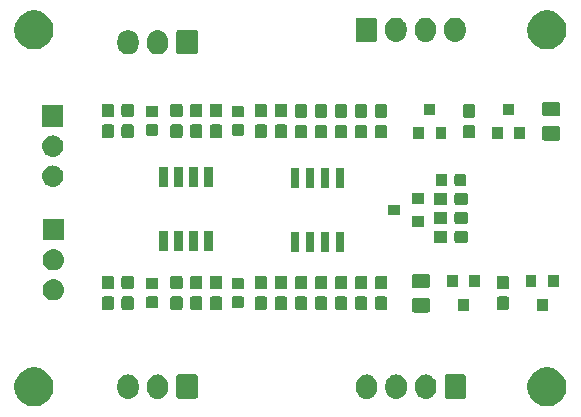
<source format=gbr>
G04 #@! TF.GenerationSoftware,KiCad,Pcbnew,(5.0.1)-3*
G04 #@! TF.CreationDate,2019-06-20T21:19:37-04:00*
G04 #@! TF.ProjectId,mars-aqua-adapter,6D6172732D617175612D616461707465,rev?*
G04 #@! TF.SameCoordinates,Original*
G04 #@! TF.FileFunction,Soldermask,Top*
G04 #@! TF.FilePolarity,Negative*
%FSLAX46Y46*%
G04 Gerber Fmt 4.6, Leading zero omitted, Abs format (unit mm)*
G04 Created by KiCad (PCBNEW (5.0.1)-3) date 6/20/2019 9:19:37 PM*
%MOMM*%
%LPD*%
G01*
G04 APERTURE LIST*
%ADD10C,0.100000*%
G04 APERTURE END LIST*
D10*
G36*
X154045256Y-108627298D02*
X154151579Y-108648447D01*
X154452042Y-108772903D01*
X154718852Y-108951180D01*
X154722454Y-108953587D01*
X154952413Y-109183546D01*
X154952415Y-109183549D01*
X155133097Y-109453958D01*
X155246830Y-109728533D01*
X155257553Y-109754422D01*
X155321000Y-110073389D01*
X155321000Y-110398611D01*
X155278702Y-110611256D01*
X155257553Y-110717579D01*
X155133097Y-111018042D01*
X154991231Y-111230359D01*
X154952413Y-111288454D01*
X154722454Y-111518413D01*
X154722451Y-111518415D01*
X154452042Y-111699097D01*
X154151579Y-111823553D01*
X154045256Y-111844702D01*
X153832611Y-111887000D01*
X153507389Y-111887000D01*
X153294744Y-111844702D01*
X153188421Y-111823553D01*
X152887958Y-111699097D01*
X152617549Y-111518415D01*
X152617546Y-111518413D01*
X152387587Y-111288454D01*
X152348769Y-111230359D01*
X152206903Y-111018042D01*
X152082447Y-110717579D01*
X152061298Y-110611256D01*
X152019000Y-110398611D01*
X152019000Y-110073389D01*
X152082447Y-109754422D01*
X152093171Y-109728533D01*
X152206903Y-109453958D01*
X152387585Y-109183549D01*
X152387587Y-109183546D01*
X152617546Y-108953587D01*
X152621148Y-108951180D01*
X152887958Y-108772903D01*
X153188421Y-108648447D01*
X153294744Y-108627298D01*
X153507389Y-108585000D01*
X153832611Y-108585000D01*
X154045256Y-108627298D01*
X154045256Y-108627298D01*
G37*
G36*
X110611256Y-108627298D02*
X110717579Y-108648447D01*
X111018042Y-108772903D01*
X111284852Y-108951180D01*
X111288454Y-108953587D01*
X111518413Y-109183546D01*
X111518415Y-109183549D01*
X111699097Y-109453958D01*
X111812830Y-109728533D01*
X111823553Y-109754422D01*
X111887000Y-110073389D01*
X111887000Y-110398611D01*
X111844702Y-110611256D01*
X111823553Y-110717579D01*
X111699097Y-111018042D01*
X111557231Y-111230359D01*
X111518413Y-111288454D01*
X111288454Y-111518413D01*
X111288451Y-111518415D01*
X111018042Y-111699097D01*
X110717579Y-111823553D01*
X110611256Y-111844702D01*
X110398611Y-111887000D01*
X110073389Y-111887000D01*
X109860744Y-111844702D01*
X109754421Y-111823553D01*
X109453958Y-111699097D01*
X109183549Y-111518415D01*
X109183546Y-111518413D01*
X108953587Y-111288454D01*
X108914769Y-111230359D01*
X108772903Y-111018042D01*
X108648447Y-110717579D01*
X108627298Y-110611256D01*
X108585000Y-110398611D01*
X108585000Y-110073389D01*
X108648447Y-109754422D01*
X108659171Y-109728533D01*
X108772903Y-109453958D01*
X108953585Y-109183549D01*
X108953587Y-109183546D01*
X109183546Y-108953587D01*
X109187148Y-108951180D01*
X109453958Y-108772903D01*
X109754421Y-108648447D01*
X109860744Y-108627298D01*
X110073389Y-108585000D01*
X110398611Y-108585000D01*
X110611256Y-108627298D01*
X110611256Y-108627298D01*
G37*
G36*
X141076627Y-109187037D02*
X141189853Y-109221384D01*
X141246467Y-109238557D01*
X141385087Y-109312652D01*
X141402991Y-109322222D01*
X141438729Y-109351552D01*
X141540186Y-109434814D01*
X141623448Y-109536271D01*
X141652778Y-109572009D01*
X141736443Y-109728534D01*
X141787963Y-109898374D01*
X141801000Y-110030743D01*
X141801000Y-110369258D01*
X141787963Y-110501627D01*
X141753616Y-110614853D01*
X141736443Y-110671467D01*
X141711795Y-110717579D01*
X141652778Y-110827991D01*
X141623448Y-110863729D01*
X141540186Y-110965186D01*
X141402989Y-111077779D01*
X141246466Y-111161443D01*
X141205733Y-111173799D01*
X141076626Y-111212963D01*
X140900000Y-111230359D01*
X140723373Y-111212963D01*
X140594266Y-111173799D01*
X140553533Y-111161443D01*
X140397011Y-111077779D01*
X140397009Y-111077778D01*
X140354749Y-111043096D01*
X140259814Y-110965186D01*
X140147221Y-110827989D01*
X140063557Y-110671466D01*
X140046384Y-110614852D01*
X140012037Y-110501626D01*
X139999000Y-110369257D01*
X139999000Y-110030742D01*
X140012037Y-109898373D01*
X140063557Y-109728534D01*
X140063557Y-109728533D01*
X140147222Y-109572008D01*
X140259812Y-109434817D01*
X140354750Y-109356904D01*
X140397010Y-109322222D01*
X140414914Y-109312652D01*
X140553534Y-109238557D01*
X140610148Y-109221384D01*
X140723374Y-109187037D01*
X140900000Y-109169641D01*
X141076627Y-109187037D01*
X141076627Y-109187037D01*
G37*
G36*
X143576627Y-109187037D02*
X143689853Y-109221384D01*
X143746467Y-109238557D01*
X143885087Y-109312652D01*
X143902991Y-109322222D01*
X143938729Y-109351552D01*
X144040186Y-109434814D01*
X144123448Y-109536271D01*
X144152778Y-109572009D01*
X144236443Y-109728534D01*
X144287963Y-109898374D01*
X144301000Y-110030743D01*
X144301000Y-110369258D01*
X144287963Y-110501627D01*
X144253616Y-110614853D01*
X144236443Y-110671467D01*
X144211795Y-110717579D01*
X144152778Y-110827991D01*
X144123448Y-110863729D01*
X144040186Y-110965186D01*
X143902989Y-111077779D01*
X143746466Y-111161443D01*
X143705733Y-111173799D01*
X143576626Y-111212963D01*
X143400000Y-111230359D01*
X143223373Y-111212963D01*
X143094266Y-111173799D01*
X143053533Y-111161443D01*
X142897011Y-111077779D01*
X142897009Y-111077778D01*
X142854749Y-111043096D01*
X142759814Y-110965186D01*
X142647221Y-110827989D01*
X142563557Y-110671466D01*
X142546384Y-110614852D01*
X142512037Y-110501626D01*
X142499000Y-110369257D01*
X142499000Y-110030742D01*
X142512037Y-109898373D01*
X142563557Y-109728534D01*
X142563557Y-109728533D01*
X142647222Y-109572008D01*
X142759812Y-109434817D01*
X142854750Y-109356904D01*
X142897010Y-109322222D01*
X142914914Y-109312652D01*
X143053534Y-109238557D01*
X143110148Y-109221384D01*
X143223374Y-109187037D01*
X143400000Y-109169641D01*
X143576627Y-109187037D01*
X143576627Y-109187037D01*
G37*
G36*
X118376627Y-109187037D02*
X118489853Y-109221384D01*
X118546467Y-109238557D01*
X118685087Y-109312652D01*
X118702991Y-109322222D01*
X118738729Y-109351552D01*
X118840186Y-109434814D01*
X118923448Y-109536271D01*
X118952778Y-109572009D01*
X119036443Y-109728534D01*
X119087963Y-109898374D01*
X119101000Y-110030743D01*
X119101000Y-110369258D01*
X119087963Y-110501627D01*
X119053616Y-110614853D01*
X119036443Y-110671467D01*
X119011795Y-110717579D01*
X118952778Y-110827991D01*
X118923448Y-110863729D01*
X118840186Y-110965186D01*
X118702989Y-111077779D01*
X118546466Y-111161443D01*
X118505733Y-111173799D01*
X118376626Y-111212963D01*
X118200000Y-111230359D01*
X118023373Y-111212963D01*
X117894266Y-111173799D01*
X117853533Y-111161443D01*
X117697011Y-111077779D01*
X117697009Y-111077778D01*
X117654749Y-111043096D01*
X117559814Y-110965186D01*
X117447221Y-110827989D01*
X117363557Y-110671466D01*
X117346384Y-110614852D01*
X117312037Y-110501626D01*
X117299000Y-110369257D01*
X117299000Y-110030742D01*
X117312037Y-109898373D01*
X117363557Y-109728534D01*
X117363557Y-109728533D01*
X117447222Y-109572008D01*
X117559812Y-109434817D01*
X117654750Y-109356904D01*
X117697010Y-109322222D01*
X117714914Y-109312652D01*
X117853534Y-109238557D01*
X117910148Y-109221384D01*
X118023374Y-109187037D01*
X118200000Y-109169641D01*
X118376627Y-109187037D01*
X118376627Y-109187037D01*
G37*
G36*
X120876627Y-109187037D02*
X120989853Y-109221384D01*
X121046467Y-109238557D01*
X121185087Y-109312652D01*
X121202991Y-109322222D01*
X121238729Y-109351552D01*
X121340186Y-109434814D01*
X121423448Y-109536271D01*
X121452778Y-109572009D01*
X121536443Y-109728534D01*
X121587963Y-109898374D01*
X121601000Y-110030743D01*
X121601000Y-110369258D01*
X121587963Y-110501627D01*
X121553616Y-110614853D01*
X121536443Y-110671467D01*
X121511795Y-110717579D01*
X121452778Y-110827991D01*
X121423448Y-110863729D01*
X121340186Y-110965186D01*
X121202989Y-111077779D01*
X121046466Y-111161443D01*
X121005733Y-111173799D01*
X120876626Y-111212963D01*
X120700000Y-111230359D01*
X120523373Y-111212963D01*
X120394266Y-111173799D01*
X120353533Y-111161443D01*
X120197011Y-111077779D01*
X120197009Y-111077778D01*
X120154749Y-111043096D01*
X120059814Y-110965186D01*
X119947221Y-110827989D01*
X119863557Y-110671466D01*
X119846384Y-110614852D01*
X119812037Y-110501626D01*
X119799000Y-110369257D01*
X119799000Y-110030742D01*
X119812037Y-109898373D01*
X119863557Y-109728534D01*
X119863557Y-109728533D01*
X119947222Y-109572008D01*
X120059812Y-109434817D01*
X120154750Y-109356904D01*
X120197010Y-109322222D01*
X120214914Y-109312652D01*
X120353534Y-109238557D01*
X120410148Y-109221384D01*
X120523374Y-109187037D01*
X120700000Y-109169641D01*
X120876627Y-109187037D01*
X120876627Y-109187037D01*
G37*
G36*
X138576627Y-109187037D02*
X138689853Y-109221384D01*
X138746467Y-109238557D01*
X138885087Y-109312652D01*
X138902991Y-109322222D01*
X138938729Y-109351552D01*
X139040186Y-109434814D01*
X139123448Y-109536271D01*
X139152778Y-109572009D01*
X139236443Y-109728534D01*
X139287963Y-109898374D01*
X139301000Y-110030743D01*
X139301000Y-110369258D01*
X139287963Y-110501627D01*
X139253616Y-110614853D01*
X139236443Y-110671467D01*
X139211795Y-110717579D01*
X139152778Y-110827991D01*
X139123448Y-110863729D01*
X139040186Y-110965186D01*
X138902989Y-111077779D01*
X138746466Y-111161443D01*
X138705733Y-111173799D01*
X138576626Y-111212963D01*
X138400000Y-111230359D01*
X138223373Y-111212963D01*
X138094266Y-111173799D01*
X138053533Y-111161443D01*
X137897011Y-111077779D01*
X137897009Y-111077778D01*
X137854749Y-111043096D01*
X137759814Y-110965186D01*
X137647221Y-110827989D01*
X137563557Y-110671466D01*
X137546384Y-110614852D01*
X137512037Y-110501626D01*
X137499000Y-110369257D01*
X137499000Y-110030742D01*
X137512037Y-109898373D01*
X137563557Y-109728534D01*
X137563557Y-109728533D01*
X137647222Y-109572008D01*
X137759812Y-109434817D01*
X137854750Y-109356904D01*
X137897010Y-109322222D01*
X137914914Y-109312652D01*
X138053534Y-109238557D01*
X138110148Y-109221384D01*
X138223374Y-109187037D01*
X138400000Y-109169641D01*
X138576627Y-109187037D01*
X138576627Y-109187037D01*
G37*
G36*
X146658600Y-109177989D02*
X146691649Y-109188014D01*
X146722106Y-109204294D01*
X146748799Y-109226201D01*
X146770706Y-109252894D01*
X146786986Y-109283351D01*
X146797011Y-109316400D01*
X146801000Y-109356904D01*
X146801000Y-111043096D01*
X146797011Y-111083600D01*
X146786986Y-111116649D01*
X146770706Y-111147106D01*
X146748799Y-111173799D01*
X146722106Y-111195706D01*
X146691649Y-111211986D01*
X146658600Y-111222011D01*
X146618096Y-111226000D01*
X145181904Y-111226000D01*
X145141400Y-111222011D01*
X145108351Y-111211986D01*
X145077894Y-111195706D01*
X145051201Y-111173799D01*
X145029294Y-111147106D01*
X145013014Y-111116649D01*
X145002989Y-111083600D01*
X144999000Y-111043096D01*
X144999000Y-109356904D01*
X145002989Y-109316400D01*
X145013014Y-109283351D01*
X145029294Y-109252894D01*
X145051201Y-109226201D01*
X145077894Y-109204294D01*
X145108351Y-109188014D01*
X145141400Y-109177989D01*
X145181904Y-109174000D01*
X146618096Y-109174000D01*
X146658600Y-109177989D01*
X146658600Y-109177989D01*
G37*
G36*
X123958600Y-109177989D02*
X123991649Y-109188014D01*
X124022106Y-109204294D01*
X124048799Y-109226201D01*
X124070706Y-109252894D01*
X124086986Y-109283351D01*
X124097011Y-109316400D01*
X124101000Y-109356904D01*
X124101000Y-111043096D01*
X124097011Y-111083600D01*
X124086986Y-111116649D01*
X124070706Y-111147106D01*
X124048799Y-111173799D01*
X124022106Y-111195706D01*
X123991649Y-111211986D01*
X123958600Y-111222011D01*
X123918096Y-111226000D01*
X122481904Y-111226000D01*
X122441400Y-111222011D01*
X122408351Y-111211986D01*
X122377894Y-111195706D01*
X122351201Y-111173799D01*
X122329294Y-111147106D01*
X122313014Y-111116649D01*
X122302989Y-111083600D01*
X122299000Y-111043096D01*
X122299000Y-109356904D01*
X122302989Y-109316400D01*
X122313014Y-109283351D01*
X122329294Y-109252894D01*
X122351201Y-109226201D01*
X122377894Y-109204294D01*
X122408351Y-109188014D01*
X122441400Y-109177989D01*
X122481904Y-109174000D01*
X123918096Y-109174000D01*
X123958600Y-109177989D01*
X123958600Y-109177989D01*
G37*
G36*
X143588677Y-102690965D02*
X143626364Y-102702398D01*
X143661103Y-102720966D01*
X143691548Y-102745952D01*
X143716534Y-102776397D01*
X143735102Y-102811136D01*
X143746535Y-102848823D01*
X143751000Y-102894161D01*
X143751000Y-103730839D01*
X143746535Y-103776177D01*
X143735102Y-103813864D01*
X143716534Y-103848603D01*
X143691548Y-103879048D01*
X143661103Y-103904034D01*
X143626364Y-103922602D01*
X143588677Y-103934035D01*
X143543339Y-103938500D01*
X142456661Y-103938500D01*
X142411323Y-103934035D01*
X142373636Y-103922602D01*
X142338897Y-103904034D01*
X142308452Y-103879048D01*
X142283466Y-103848603D01*
X142264898Y-103813864D01*
X142253465Y-103776177D01*
X142249000Y-103730839D01*
X142249000Y-102894161D01*
X142253465Y-102848823D01*
X142264898Y-102811136D01*
X142283466Y-102776397D01*
X142308452Y-102745952D01*
X142338897Y-102720966D01*
X142373636Y-102702398D01*
X142411323Y-102690965D01*
X142456661Y-102686500D01*
X143543339Y-102686500D01*
X143588677Y-102690965D01*
X143588677Y-102690965D01*
G37*
G36*
X147051000Y-103766000D02*
X146149000Y-103766000D01*
X146149000Y-102764000D01*
X147051000Y-102764000D01*
X147051000Y-103766000D01*
X147051000Y-103766000D01*
G37*
G36*
X153721000Y-103766000D02*
X152819000Y-103766000D01*
X152819000Y-102764000D01*
X153721000Y-102764000D01*
X153721000Y-103766000D01*
X153721000Y-103766000D01*
G37*
G36*
X139994499Y-102568445D02*
X140031993Y-102579819D01*
X140066557Y-102598294D01*
X140096847Y-102623153D01*
X140121706Y-102653443D01*
X140140181Y-102688007D01*
X140151555Y-102725501D01*
X140156000Y-102770638D01*
X140156000Y-103509362D01*
X140151555Y-103554499D01*
X140140181Y-103591993D01*
X140121706Y-103626557D01*
X140096847Y-103656847D01*
X140066557Y-103681706D01*
X140031993Y-103700181D01*
X139994499Y-103711555D01*
X139949362Y-103716000D01*
X139310638Y-103716000D01*
X139265501Y-103711555D01*
X139228007Y-103700181D01*
X139193443Y-103681706D01*
X139163153Y-103656847D01*
X139138294Y-103626557D01*
X139119819Y-103591993D01*
X139108445Y-103554499D01*
X139104000Y-103509362D01*
X139104000Y-102770638D01*
X139108445Y-102725501D01*
X139119819Y-102688007D01*
X139138294Y-102653443D01*
X139163153Y-102623153D01*
X139193443Y-102598294D01*
X139228007Y-102579819D01*
X139265501Y-102568445D01*
X139310638Y-102564000D01*
X139949362Y-102564000D01*
X139994499Y-102568445D01*
X139994499Y-102568445D01*
G37*
G36*
X116864499Y-102568445D02*
X116901993Y-102579819D01*
X116936557Y-102598294D01*
X116966847Y-102623153D01*
X116991706Y-102653443D01*
X117010181Y-102688007D01*
X117021555Y-102725501D01*
X117026000Y-102770638D01*
X117026000Y-103509362D01*
X117021555Y-103554499D01*
X117010181Y-103591993D01*
X116991706Y-103626557D01*
X116966847Y-103656847D01*
X116936557Y-103681706D01*
X116901993Y-103700181D01*
X116864499Y-103711555D01*
X116819362Y-103716000D01*
X116180638Y-103716000D01*
X116135501Y-103711555D01*
X116098007Y-103700181D01*
X116063443Y-103681706D01*
X116033153Y-103656847D01*
X116008294Y-103626557D01*
X115989819Y-103591993D01*
X115978445Y-103554499D01*
X115974000Y-103509362D01*
X115974000Y-102770638D01*
X115978445Y-102725501D01*
X115989819Y-102688007D01*
X116008294Y-102653443D01*
X116033153Y-102623153D01*
X116063443Y-102598294D01*
X116098007Y-102579819D01*
X116135501Y-102568445D01*
X116180638Y-102564000D01*
X116819362Y-102564000D01*
X116864499Y-102568445D01*
X116864499Y-102568445D01*
G37*
G36*
X118538879Y-102568445D02*
X118576373Y-102579819D01*
X118610937Y-102598294D01*
X118641227Y-102623153D01*
X118666086Y-102653443D01*
X118684561Y-102688007D01*
X118695935Y-102725501D01*
X118700380Y-102770638D01*
X118700380Y-103509362D01*
X118695935Y-103554499D01*
X118684561Y-103591993D01*
X118666086Y-103626557D01*
X118641227Y-103656847D01*
X118610937Y-103681706D01*
X118576373Y-103700181D01*
X118538879Y-103711555D01*
X118493742Y-103716000D01*
X117855018Y-103716000D01*
X117809881Y-103711555D01*
X117772387Y-103700181D01*
X117737823Y-103681706D01*
X117707533Y-103656847D01*
X117682674Y-103626557D01*
X117664199Y-103591993D01*
X117652825Y-103554499D01*
X117648380Y-103509362D01*
X117648380Y-102770638D01*
X117652825Y-102725501D01*
X117664199Y-102688007D01*
X117682674Y-102653443D01*
X117707533Y-102623153D01*
X117737823Y-102598294D01*
X117772387Y-102579819D01*
X117809881Y-102568445D01*
X117855018Y-102564000D01*
X118493742Y-102564000D01*
X118538879Y-102568445D01*
X118538879Y-102568445D01*
G37*
G36*
X122667639Y-102568445D02*
X122705133Y-102579819D01*
X122739697Y-102598294D01*
X122769987Y-102623153D01*
X122794846Y-102653443D01*
X122813321Y-102688007D01*
X122824695Y-102725501D01*
X122829140Y-102770638D01*
X122829140Y-103509362D01*
X122824695Y-103554499D01*
X122813321Y-103591993D01*
X122794846Y-103626557D01*
X122769987Y-103656847D01*
X122739697Y-103681706D01*
X122705133Y-103700181D01*
X122667639Y-103711555D01*
X122622502Y-103716000D01*
X121983778Y-103716000D01*
X121938641Y-103711555D01*
X121901147Y-103700181D01*
X121866583Y-103681706D01*
X121836293Y-103656847D01*
X121811434Y-103626557D01*
X121792959Y-103591993D01*
X121781585Y-103554499D01*
X121777140Y-103509362D01*
X121777140Y-102770638D01*
X121781585Y-102725501D01*
X121792959Y-102688007D01*
X121811434Y-102653443D01*
X121836293Y-102623153D01*
X121866583Y-102598294D01*
X121901147Y-102579819D01*
X121938641Y-102568445D01*
X121983778Y-102564000D01*
X122622502Y-102564000D01*
X122667639Y-102568445D01*
X122667639Y-102568445D01*
G37*
G36*
X150299499Y-102568445D02*
X150336993Y-102579819D01*
X150371557Y-102598294D01*
X150401847Y-102623153D01*
X150426706Y-102653443D01*
X150445181Y-102688007D01*
X150456555Y-102725501D01*
X150461000Y-102770638D01*
X150461000Y-103509362D01*
X150456555Y-103554499D01*
X150445181Y-103591993D01*
X150426706Y-103626557D01*
X150401847Y-103656847D01*
X150371557Y-103681706D01*
X150336993Y-103700181D01*
X150299499Y-103711555D01*
X150254362Y-103716000D01*
X149615638Y-103716000D01*
X149570501Y-103711555D01*
X149533007Y-103700181D01*
X149498443Y-103681706D01*
X149468153Y-103656847D01*
X149443294Y-103626557D01*
X149424819Y-103591993D01*
X149413445Y-103554499D01*
X149409000Y-103509362D01*
X149409000Y-102770638D01*
X149413445Y-102725501D01*
X149424819Y-102688007D01*
X149443294Y-102653443D01*
X149468153Y-102623153D01*
X149498443Y-102598294D01*
X149533007Y-102579819D01*
X149570501Y-102568445D01*
X149615638Y-102564000D01*
X150254362Y-102564000D01*
X150299499Y-102568445D01*
X150299499Y-102568445D01*
G37*
G36*
X136604499Y-102568445D02*
X136641993Y-102579819D01*
X136676557Y-102598294D01*
X136706847Y-102623153D01*
X136731706Y-102653443D01*
X136750181Y-102688007D01*
X136761555Y-102725501D01*
X136766000Y-102770638D01*
X136766000Y-103509362D01*
X136761555Y-103554499D01*
X136750181Y-103591993D01*
X136731706Y-103626557D01*
X136706847Y-103656847D01*
X136676557Y-103681706D01*
X136641993Y-103700181D01*
X136604499Y-103711555D01*
X136559362Y-103716000D01*
X135920638Y-103716000D01*
X135875501Y-103711555D01*
X135838007Y-103700181D01*
X135803443Y-103681706D01*
X135773153Y-103656847D01*
X135748294Y-103626557D01*
X135729819Y-103591993D01*
X135718445Y-103554499D01*
X135714000Y-103509362D01*
X135714000Y-102770638D01*
X135718445Y-102725501D01*
X135729819Y-102688007D01*
X135748294Y-102653443D01*
X135773153Y-102623153D01*
X135803443Y-102598294D01*
X135838007Y-102579819D01*
X135875501Y-102568445D01*
X135920638Y-102564000D01*
X136559362Y-102564000D01*
X136604499Y-102568445D01*
X136604499Y-102568445D01*
G37*
G36*
X138299499Y-102568445D02*
X138336993Y-102579819D01*
X138371557Y-102598294D01*
X138401847Y-102623153D01*
X138426706Y-102653443D01*
X138445181Y-102688007D01*
X138456555Y-102725501D01*
X138461000Y-102770638D01*
X138461000Y-103509362D01*
X138456555Y-103554499D01*
X138445181Y-103591993D01*
X138426706Y-103626557D01*
X138401847Y-103656847D01*
X138371557Y-103681706D01*
X138336993Y-103700181D01*
X138299499Y-103711555D01*
X138254362Y-103716000D01*
X137615638Y-103716000D01*
X137570501Y-103711555D01*
X137533007Y-103700181D01*
X137498443Y-103681706D01*
X137468153Y-103656847D01*
X137443294Y-103626557D01*
X137424819Y-103591993D01*
X137413445Y-103554499D01*
X137409000Y-103509362D01*
X137409000Y-102770638D01*
X137413445Y-102725501D01*
X137424819Y-102688007D01*
X137443294Y-102653443D01*
X137468153Y-102623153D01*
X137498443Y-102598294D01*
X137533007Y-102579819D01*
X137570501Y-102568445D01*
X137615638Y-102564000D01*
X138254362Y-102564000D01*
X138299499Y-102568445D01*
X138299499Y-102568445D01*
G37*
G36*
X129824499Y-102568445D02*
X129861993Y-102579819D01*
X129896557Y-102598294D01*
X129926847Y-102623153D01*
X129951706Y-102653443D01*
X129970181Y-102688007D01*
X129981555Y-102725501D01*
X129986000Y-102770638D01*
X129986000Y-103509362D01*
X129981555Y-103554499D01*
X129970181Y-103591993D01*
X129951706Y-103626557D01*
X129926847Y-103656847D01*
X129896557Y-103681706D01*
X129861993Y-103700181D01*
X129824499Y-103711555D01*
X129779362Y-103716000D01*
X129140638Y-103716000D01*
X129095501Y-103711555D01*
X129058007Y-103700181D01*
X129023443Y-103681706D01*
X128993153Y-103656847D01*
X128968294Y-103626557D01*
X128949819Y-103591993D01*
X128938445Y-103554499D01*
X128934000Y-103509362D01*
X128934000Y-102770638D01*
X128938445Y-102725501D01*
X128949819Y-102688007D01*
X128968294Y-102653443D01*
X128993153Y-102623153D01*
X129023443Y-102598294D01*
X129058007Y-102579819D01*
X129095501Y-102568445D01*
X129140638Y-102564000D01*
X129779362Y-102564000D01*
X129824499Y-102568445D01*
X129824499Y-102568445D01*
G37*
G36*
X131519499Y-102568445D02*
X131556993Y-102579819D01*
X131591557Y-102598294D01*
X131621847Y-102623153D01*
X131646706Y-102653443D01*
X131665181Y-102688007D01*
X131676555Y-102725501D01*
X131681000Y-102770638D01*
X131681000Y-103509362D01*
X131676555Y-103554499D01*
X131665181Y-103591993D01*
X131646706Y-103626557D01*
X131621847Y-103656847D01*
X131591557Y-103681706D01*
X131556993Y-103700181D01*
X131519499Y-103711555D01*
X131474362Y-103716000D01*
X130835638Y-103716000D01*
X130790501Y-103711555D01*
X130753007Y-103700181D01*
X130718443Y-103681706D01*
X130688153Y-103656847D01*
X130663294Y-103626557D01*
X130644819Y-103591993D01*
X130633445Y-103554499D01*
X130629000Y-103509362D01*
X130629000Y-102770638D01*
X130633445Y-102725501D01*
X130644819Y-102688007D01*
X130663294Y-102653443D01*
X130688153Y-102623153D01*
X130718443Y-102598294D01*
X130753007Y-102579819D01*
X130790501Y-102568445D01*
X130835638Y-102564000D01*
X131474362Y-102564000D01*
X131519499Y-102568445D01*
X131519499Y-102568445D01*
G37*
G36*
X126016399Y-102568445D02*
X126053893Y-102579819D01*
X126088457Y-102598294D01*
X126118747Y-102623153D01*
X126143606Y-102653443D01*
X126162081Y-102688007D01*
X126173455Y-102725501D01*
X126177900Y-102770638D01*
X126177900Y-103509362D01*
X126173455Y-103554499D01*
X126162081Y-103591993D01*
X126143606Y-103626557D01*
X126118747Y-103656847D01*
X126088457Y-103681706D01*
X126053893Y-103700181D01*
X126016399Y-103711555D01*
X125971262Y-103716000D01*
X125332538Y-103716000D01*
X125287401Y-103711555D01*
X125249907Y-103700181D01*
X125215343Y-103681706D01*
X125185053Y-103656847D01*
X125160194Y-103626557D01*
X125141719Y-103591993D01*
X125130345Y-103554499D01*
X125125900Y-103509362D01*
X125125900Y-102770638D01*
X125130345Y-102725501D01*
X125141719Y-102688007D01*
X125160194Y-102653443D01*
X125185053Y-102623153D01*
X125215343Y-102598294D01*
X125249907Y-102579819D01*
X125287401Y-102568445D01*
X125332538Y-102564000D01*
X125971262Y-102564000D01*
X126016399Y-102568445D01*
X126016399Y-102568445D01*
G37*
G36*
X134909499Y-102568445D02*
X134946993Y-102579819D01*
X134981557Y-102598294D01*
X135011847Y-102623153D01*
X135036706Y-102653443D01*
X135055181Y-102688007D01*
X135066555Y-102725501D01*
X135071000Y-102770638D01*
X135071000Y-103509362D01*
X135066555Y-103554499D01*
X135055181Y-103591993D01*
X135036706Y-103626557D01*
X135011847Y-103656847D01*
X134981557Y-103681706D01*
X134946993Y-103700181D01*
X134909499Y-103711555D01*
X134864362Y-103716000D01*
X134225638Y-103716000D01*
X134180501Y-103711555D01*
X134143007Y-103700181D01*
X134108443Y-103681706D01*
X134078153Y-103656847D01*
X134053294Y-103626557D01*
X134034819Y-103591993D01*
X134023445Y-103554499D01*
X134019000Y-103509362D01*
X134019000Y-102770638D01*
X134023445Y-102725501D01*
X134034819Y-102688007D01*
X134053294Y-102653443D01*
X134078153Y-102623153D01*
X134108443Y-102598294D01*
X134143007Y-102579819D01*
X134180501Y-102568445D01*
X134225638Y-102564000D01*
X134864362Y-102564000D01*
X134909499Y-102568445D01*
X134909499Y-102568445D01*
G37*
G36*
X133214499Y-102568445D02*
X133251993Y-102579819D01*
X133286557Y-102598294D01*
X133316847Y-102623153D01*
X133341706Y-102653443D01*
X133360181Y-102688007D01*
X133371555Y-102725501D01*
X133376000Y-102770638D01*
X133376000Y-103509362D01*
X133371555Y-103554499D01*
X133360181Y-103591993D01*
X133341706Y-103626557D01*
X133316847Y-103656847D01*
X133286557Y-103681706D01*
X133251993Y-103700181D01*
X133214499Y-103711555D01*
X133169362Y-103716000D01*
X132530638Y-103716000D01*
X132485501Y-103711555D01*
X132448007Y-103700181D01*
X132413443Y-103681706D01*
X132383153Y-103656847D01*
X132358294Y-103626557D01*
X132339819Y-103591993D01*
X132328445Y-103554499D01*
X132324000Y-103509362D01*
X132324000Y-102770638D01*
X132328445Y-102725501D01*
X132339819Y-102688007D01*
X132358294Y-102653443D01*
X132383153Y-102623153D01*
X132413443Y-102598294D01*
X132448007Y-102579819D01*
X132485501Y-102568445D01*
X132530638Y-102564000D01*
X133169362Y-102564000D01*
X133214499Y-102568445D01*
X133214499Y-102568445D01*
G37*
G36*
X124342019Y-102568445D02*
X124379513Y-102579819D01*
X124414077Y-102598294D01*
X124444367Y-102623153D01*
X124469226Y-102653443D01*
X124487701Y-102688007D01*
X124499075Y-102725501D01*
X124503520Y-102770638D01*
X124503520Y-103509362D01*
X124499075Y-103554499D01*
X124487701Y-103591993D01*
X124469226Y-103626557D01*
X124444367Y-103656847D01*
X124414077Y-103681706D01*
X124379513Y-103700181D01*
X124342019Y-103711555D01*
X124296882Y-103716000D01*
X123658158Y-103716000D01*
X123613021Y-103711555D01*
X123575527Y-103700181D01*
X123540963Y-103681706D01*
X123510673Y-103656847D01*
X123485814Y-103626557D01*
X123467339Y-103591993D01*
X123455965Y-103554499D01*
X123451520Y-103509362D01*
X123451520Y-102770638D01*
X123455965Y-102725501D01*
X123467339Y-102688007D01*
X123485814Y-102653443D01*
X123510673Y-102623153D01*
X123540963Y-102598294D01*
X123575527Y-102579819D01*
X123613021Y-102568445D01*
X123658158Y-102564000D01*
X124296882Y-102564000D01*
X124342019Y-102568445D01*
X124342019Y-102568445D01*
G37*
G36*
X127879591Y-102568085D02*
X127913569Y-102578393D01*
X127944887Y-102595133D01*
X127972339Y-102617661D01*
X127994867Y-102645113D01*
X128011607Y-102676431D01*
X128021915Y-102710409D01*
X128026000Y-102751890D01*
X128026000Y-103353110D01*
X128021915Y-103394591D01*
X128011607Y-103428569D01*
X127994867Y-103459887D01*
X127972339Y-103487339D01*
X127944887Y-103509867D01*
X127913569Y-103526607D01*
X127879591Y-103536915D01*
X127838110Y-103541000D01*
X127161890Y-103541000D01*
X127120409Y-103536915D01*
X127086431Y-103526607D01*
X127055113Y-103509867D01*
X127027661Y-103487339D01*
X127005133Y-103459887D01*
X126988393Y-103428569D01*
X126978085Y-103394591D01*
X126974000Y-103353110D01*
X126974000Y-102751890D01*
X126978085Y-102710409D01*
X126988393Y-102676431D01*
X127005133Y-102645113D01*
X127027661Y-102617661D01*
X127055113Y-102595133D01*
X127086431Y-102578393D01*
X127120409Y-102568085D01*
X127161890Y-102564000D01*
X127838110Y-102564000D01*
X127879591Y-102568085D01*
X127879591Y-102568085D01*
G37*
G36*
X120618351Y-102568085D02*
X120652329Y-102578393D01*
X120683647Y-102595133D01*
X120711099Y-102617661D01*
X120733627Y-102645113D01*
X120750367Y-102676431D01*
X120760675Y-102710409D01*
X120764760Y-102751890D01*
X120764760Y-103353110D01*
X120760675Y-103394591D01*
X120750367Y-103428569D01*
X120733627Y-103459887D01*
X120711099Y-103487339D01*
X120683647Y-103509867D01*
X120652329Y-103526607D01*
X120618351Y-103536915D01*
X120576870Y-103541000D01*
X119900650Y-103541000D01*
X119859169Y-103536915D01*
X119825191Y-103526607D01*
X119793873Y-103509867D01*
X119766421Y-103487339D01*
X119743893Y-103459887D01*
X119727153Y-103428569D01*
X119716845Y-103394591D01*
X119712760Y-103353110D01*
X119712760Y-102751890D01*
X119716845Y-102710409D01*
X119727153Y-102676431D01*
X119743893Y-102645113D01*
X119766421Y-102617661D01*
X119793873Y-102595133D01*
X119825191Y-102578393D01*
X119859169Y-102568085D01*
X119900650Y-102564000D01*
X120576870Y-102564000D01*
X120618351Y-102568085D01*
X120618351Y-102568085D01*
G37*
G36*
X111982202Y-101109378D02*
X112048387Y-101115897D01*
X112161613Y-101150244D01*
X112218227Y-101167417D01*
X112341390Y-101233250D01*
X112374751Y-101251082D01*
X112410489Y-101280412D01*
X112511946Y-101363674D01*
X112595208Y-101465131D01*
X112624538Y-101500869D01*
X112624539Y-101500871D01*
X112708203Y-101657393D01*
X112708203Y-101657394D01*
X112759723Y-101827233D01*
X112777119Y-102003860D01*
X112759723Y-102180487D01*
X112725376Y-102293713D01*
X112708203Y-102350327D01*
X112634108Y-102488947D01*
X112624538Y-102506851D01*
X112595208Y-102542589D01*
X112511946Y-102644046D01*
X112431081Y-102710409D01*
X112374751Y-102756638D01*
X112360978Y-102764000D01*
X112218227Y-102840303D01*
X112171369Y-102854517D01*
X112048387Y-102891823D01*
X111982203Y-102898341D01*
X111916020Y-102904860D01*
X111827500Y-102904860D01*
X111761318Y-102898342D01*
X111695133Y-102891823D01*
X111572151Y-102854517D01*
X111525293Y-102840303D01*
X111382542Y-102764000D01*
X111368769Y-102756638D01*
X111312439Y-102710409D01*
X111231574Y-102644046D01*
X111148312Y-102542589D01*
X111118982Y-102506851D01*
X111109412Y-102488947D01*
X111035317Y-102350327D01*
X111018144Y-102293713D01*
X110983797Y-102180487D01*
X110966401Y-102003860D01*
X110983797Y-101827233D01*
X111035317Y-101657394D01*
X111035317Y-101657393D01*
X111118981Y-101500871D01*
X111118982Y-101500869D01*
X111148312Y-101465131D01*
X111231574Y-101363674D01*
X111333031Y-101280412D01*
X111368769Y-101251082D01*
X111402130Y-101233250D01*
X111525293Y-101167417D01*
X111581907Y-101150244D01*
X111695133Y-101115897D01*
X111761317Y-101109379D01*
X111827500Y-101102860D01*
X111916020Y-101102860D01*
X111982202Y-101109378D01*
X111982202Y-101109378D01*
G37*
G36*
X129824499Y-100818445D02*
X129861993Y-100829819D01*
X129896557Y-100848294D01*
X129926847Y-100873153D01*
X129951706Y-100903443D01*
X129970181Y-100938007D01*
X129981555Y-100975501D01*
X129986000Y-101020638D01*
X129986000Y-101759362D01*
X129981555Y-101804499D01*
X129970181Y-101841993D01*
X129951706Y-101876557D01*
X129926847Y-101906847D01*
X129896557Y-101931706D01*
X129861993Y-101950181D01*
X129824499Y-101961555D01*
X129779362Y-101966000D01*
X129140638Y-101966000D01*
X129095501Y-101961555D01*
X129058007Y-101950181D01*
X129023443Y-101931706D01*
X128993153Y-101906847D01*
X128968294Y-101876557D01*
X128949819Y-101841993D01*
X128938445Y-101804499D01*
X128934000Y-101759362D01*
X128934000Y-101020638D01*
X128938445Y-100975501D01*
X128949819Y-100938007D01*
X128968294Y-100903443D01*
X128993153Y-100873153D01*
X129023443Y-100848294D01*
X129058007Y-100829819D01*
X129095501Y-100818445D01*
X129140638Y-100814000D01*
X129779362Y-100814000D01*
X129824499Y-100818445D01*
X129824499Y-100818445D01*
G37*
G36*
X122667639Y-100818445D02*
X122705133Y-100829819D01*
X122739697Y-100848294D01*
X122769987Y-100873153D01*
X122794846Y-100903443D01*
X122813321Y-100938007D01*
X122824695Y-100975501D01*
X122829140Y-101020638D01*
X122829140Y-101759362D01*
X122824695Y-101804499D01*
X122813321Y-101841993D01*
X122794846Y-101876557D01*
X122769987Y-101906847D01*
X122739697Y-101931706D01*
X122705133Y-101950181D01*
X122667639Y-101961555D01*
X122622502Y-101966000D01*
X121983778Y-101966000D01*
X121938641Y-101961555D01*
X121901147Y-101950181D01*
X121866583Y-101931706D01*
X121836293Y-101906847D01*
X121811434Y-101876557D01*
X121792959Y-101841993D01*
X121781585Y-101804499D01*
X121777140Y-101759362D01*
X121777140Y-101020638D01*
X121781585Y-100975501D01*
X121792959Y-100938007D01*
X121811434Y-100903443D01*
X121836293Y-100873153D01*
X121866583Y-100848294D01*
X121901147Y-100829819D01*
X121938641Y-100818445D01*
X121983778Y-100814000D01*
X122622502Y-100814000D01*
X122667639Y-100818445D01*
X122667639Y-100818445D01*
G37*
G36*
X131519499Y-100818445D02*
X131556993Y-100829819D01*
X131591557Y-100848294D01*
X131621847Y-100873153D01*
X131646706Y-100903443D01*
X131665181Y-100938007D01*
X131676555Y-100975501D01*
X131681000Y-101020638D01*
X131681000Y-101759362D01*
X131676555Y-101804499D01*
X131665181Y-101841993D01*
X131646706Y-101876557D01*
X131621847Y-101906847D01*
X131591557Y-101931706D01*
X131556993Y-101950181D01*
X131519499Y-101961555D01*
X131474362Y-101966000D01*
X130835638Y-101966000D01*
X130790501Y-101961555D01*
X130753007Y-101950181D01*
X130718443Y-101931706D01*
X130688153Y-101906847D01*
X130663294Y-101876557D01*
X130644819Y-101841993D01*
X130633445Y-101804499D01*
X130629000Y-101759362D01*
X130629000Y-101020638D01*
X130633445Y-100975501D01*
X130644819Y-100938007D01*
X130663294Y-100903443D01*
X130688153Y-100873153D01*
X130718443Y-100848294D01*
X130753007Y-100829819D01*
X130790501Y-100818445D01*
X130835638Y-100814000D01*
X131474362Y-100814000D01*
X131519499Y-100818445D01*
X131519499Y-100818445D01*
G37*
G36*
X126016399Y-100818445D02*
X126053893Y-100829819D01*
X126088457Y-100848294D01*
X126118747Y-100873153D01*
X126143606Y-100903443D01*
X126162081Y-100938007D01*
X126173455Y-100975501D01*
X126177900Y-101020638D01*
X126177900Y-101759362D01*
X126173455Y-101804499D01*
X126162081Y-101841993D01*
X126143606Y-101876557D01*
X126118747Y-101906847D01*
X126088457Y-101931706D01*
X126053893Y-101950181D01*
X126016399Y-101961555D01*
X125971262Y-101966000D01*
X125332538Y-101966000D01*
X125287401Y-101961555D01*
X125249907Y-101950181D01*
X125215343Y-101931706D01*
X125185053Y-101906847D01*
X125160194Y-101876557D01*
X125141719Y-101841993D01*
X125130345Y-101804499D01*
X125125900Y-101759362D01*
X125125900Y-101020638D01*
X125130345Y-100975501D01*
X125141719Y-100938007D01*
X125160194Y-100903443D01*
X125185053Y-100873153D01*
X125215343Y-100848294D01*
X125249907Y-100829819D01*
X125287401Y-100818445D01*
X125332538Y-100814000D01*
X125971262Y-100814000D01*
X126016399Y-100818445D01*
X126016399Y-100818445D01*
G37*
G36*
X124342019Y-100818445D02*
X124379513Y-100829819D01*
X124414077Y-100848294D01*
X124444367Y-100873153D01*
X124469226Y-100903443D01*
X124487701Y-100938007D01*
X124499075Y-100975501D01*
X124503520Y-101020638D01*
X124503520Y-101759362D01*
X124499075Y-101804499D01*
X124487701Y-101841993D01*
X124469226Y-101876557D01*
X124444367Y-101906847D01*
X124414077Y-101931706D01*
X124379513Y-101950181D01*
X124342019Y-101961555D01*
X124296882Y-101966000D01*
X123658158Y-101966000D01*
X123613021Y-101961555D01*
X123575527Y-101950181D01*
X123540963Y-101931706D01*
X123510673Y-101906847D01*
X123485814Y-101876557D01*
X123467339Y-101841993D01*
X123455965Y-101804499D01*
X123451520Y-101759362D01*
X123451520Y-101020638D01*
X123455965Y-100975501D01*
X123467339Y-100938007D01*
X123485814Y-100903443D01*
X123510673Y-100873153D01*
X123540963Y-100848294D01*
X123575527Y-100829819D01*
X123613021Y-100818445D01*
X123658158Y-100814000D01*
X124296882Y-100814000D01*
X124342019Y-100818445D01*
X124342019Y-100818445D01*
G37*
G36*
X134909499Y-100818445D02*
X134946993Y-100829819D01*
X134981557Y-100848294D01*
X135011847Y-100873153D01*
X135036706Y-100903443D01*
X135055181Y-100938007D01*
X135066555Y-100975501D01*
X135071000Y-101020638D01*
X135071000Y-101759362D01*
X135066555Y-101804499D01*
X135055181Y-101841993D01*
X135036706Y-101876557D01*
X135011847Y-101906847D01*
X134981557Y-101931706D01*
X134946993Y-101950181D01*
X134909499Y-101961555D01*
X134864362Y-101966000D01*
X134225638Y-101966000D01*
X134180501Y-101961555D01*
X134143007Y-101950181D01*
X134108443Y-101931706D01*
X134078153Y-101906847D01*
X134053294Y-101876557D01*
X134034819Y-101841993D01*
X134023445Y-101804499D01*
X134019000Y-101759362D01*
X134019000Y-101020638D01*
X134023445Y-100975501D01*
X134034819Y-100938007D01*
X134053294Y-100903443D01*
X134078153Y-100873153D01*
X134108443Y-100848294D01*
X134143007Y-100829819D01*
X134180501Y-100818445D01*
X134225638Y-100814000D01*
X134864362Y-100814000D01*
X134909499Y-100818445D01*
X134909499Y-100818445D01*
G37*
G36*
X133214499Y-100818445D02*
X133251993Y-100829819D01*
X133286557Y-100848294D01*
X133316847Y-100873153D01*
X133341706Y-100903443D01*
X133360181Y-100938007D01*
X133371555Y-100975501D01*
X133376000Y-101020638D01*
X133376000Y-101759362D01*
X133371555Y-101804499D01*
X133360181Y-101841993D01*
X133341706Y-101876557D01*
X133316847Y-101906847D01*
X133286557Y-101931706D01*
X133251993Y-101950181D01*
X133214499Y-101961555D01*
X133169362Y-101966000D01*
X132530638Y-101966000D01*
X132485501Y-101961555D01*
X132448007Y-101950181D01*
X132413443Y-101931706D01*
X132383153Y-101906847D01*
X132358294Y-101876557D01*
X132339819Y-101841993D01*
X132328445Y-101804499D01*
X132324000Y-101759362D01*
X132324000Y-101020638D01*
X132328445Y-100975501D01*
X132339819Y-100938007D01*
X132358294Y-100903443D01*
X132383153Y-100873153D01*
X132413443Y-100848294D01*
X132448007Y-100829819D01*
X132485501Y-100818445D01*
X132530638Y-100814000D01*
X133169362Y-100814000D01*
X133214499Y-100818445D01*
X133214499Y-100818445D01*
G37*
G36*
X139994499Y-100818445D02*
X140031993Y-100829819D01*
X140066557Y-100848294D01*
X140096847Y-100873153D01*
X140121706Y-100903443D01*
X140140181Y-100938007D01*
X140151555Y-100975501D01*
X140156000Y-101020638D01*
X140156000Y-101759362D01*
X140151555Y-101804499D01*
X140140181Y-101841993D01*
X140121706Y-101876557D01*
X140096847Y-101906847D01*
X140066557Y-101931706D01*
X140031993Y-101950181D01*
X139994499Y-101961555D01*
X139949362Y-101966000D01*
X139310638Y-101966000D01*
X139265501Y-101961555D01*
X139228007Y-101950181D01*
X139193443Y-101931706D01*
X139163153Y-101906847D01*
X139138294Y-101876557D01*
X139119819Y-101841993D01*
X139108445Y-101804499D01*
X139104000Y-101759362D01*
X139104000Y-101020638D01*
X139108445Y-100975501D01*
X139119819Y-100938007D01*
X139138294Y-100903443D01*
X139163153Y-100873153D01*
X139193443Y-100848294D01*
X139228007Y-100829819D01*
X139265501Y-100818445D01*
X139310638Y-100814000D01*
X139949362Y-100814000D01*
X139994499Y-100818445D01*
X139994499Y-100818445D01*
G37*
G36*
X138299499Y-100818445D02*
X138336993Y-100829819D01*
X138371557Y-100848294D01*
X138401847Y-100873153D01*
X138426706Y-100903443D01*
X138445181Y-100938007D01*
X138456555Y-100975501D01*
X138461000Y-101020638D01*
X138461000Y-101759362D01*
X138456555Y-101804499D01*
X138445181Y-101841993D01*
X138426706Y-101876557D01*
X138401847Y-101906847D01*
X138371557Y-101931706D01*
X138336993Y-101950181D01*
X138299499Y-101961555D01*
X138254362Y-101966000D01*
X137615638Y-101966000D01*
X137570501Y-101961555D01*
X137533007Y-101950181D01*
X137498443Y-101931706D01*
X137468153Y-101906847D01*
X137443294Y-101876557D01*
X137424819Y-101841993D01*
X137413445Y-101804499D01*
X137409000Y-101759362D01*
X137409000Y-101020638D01*
X137413445Y-100975501D01*
X137424819Y-100938007D01*
X137443294Y-100903443D01*
X137468153Y-100873153D01*
X137498443Y-100848294D01*
X137533007Y-100829819D01*
X137570501Y-100818445D01*
X137615638Y-100814000D01*
X138254362Y-100814000D01*
X138299499Y-100818445D01*
X138299499Y-100818445D01*
G37*
G36*
X116864499Y-100818445D02*
X116901993Y-100829819D01*
X116936557Y-100848294D01*
X116966847Y-100873153D01*
X116991706Y-100903443D01*
X117010181Y-100938007D01*
X117021555Y-100975501D01*
X117026000Y-101020638D01*
X117026000Y-101759362D01*
X117021555Y-101804499D01*
X117010181Y-101841993D01*
X116991706Y-101876557D01*
X116966847Y-101906847D01*
X116936557Y-101931706D01*
X116901993Y-101950181D01*
X116864499Y-101961555D01*
X116819362Y-101966000D01*
X116180638Y-101966000D01*
X116135501Y-101961555D01*
X116098007Y-101950181D01*
X116063443Y-101931706D01*
X116033153Y-101906847D01*
X116008294Y-101876557D01*
X115989819Y-101841993D01*
X115978445Y-101804499D01*
X115974000Y-101759362D01*
X115974000Y-101020638D01*
X115978445Y-100975501D01*
X115989819Y-100938007D01*
X116008294Y-100903443D01*
X116033153Y-100873153D01*
X116063443Y-100848294D01*
X116098007Y-100829819D01*
X116135501Y-100818445D01*
X116180638Y-100814000D01*
X116819362Y-100814000D01*
X116864499Y-100818445D01*
X116864499Y-100818445D01*
G37*
G36*
X136604499Y-100818445D02*
X136641993Y-100829819D01*
X136676557Y-100848294D01*
X136706847Y-100873153D01*
X136731706Y-100903443D01*
X136750181Y-100938007D01*
X136761555Y-100975501D01*
X136766000Y-101020638D01*
X136766000Y-101759362D01*
X136761555Y-101804499D01*
X136750181Y-101841993D01*
X136731706Y-101876557D01*
X136706847Y-101906847D01*
X136676557Y-101931706D01*
X136641993Y-101950181D01*
X136604499Y-101961555D01*
X136559362Y-101966000D01*
X135920638Y-101966000D01*
X135875501Y-101961555D01*
X135838007Y-101950181D01*
X135803443Y-101931706D01*
X135773153Y-101906847D01*
X135748294Y-101876557D01*
X135729819Y-101841993D01*
X135718445Y-101804499D01*
X135714000Y-101759362D01*
X135714000Y-101020638D01*
X135718445Y-100975501D01*
X135729819Y-100938007D01*
X135748294Y-100903443D01*
X135773153Y-100873153D01*
X135803443Y-100848294D01*
X135838007Y-100829819D01*
X135875501Y-100818445D01*
X135920638Y-100814000D01*
X136559362Y-100814000D01*
X136604499Y-100818445D01*
X136604499Y-100818445D01*
G37*
G36*
X120618351Y-100993085D02*
X120652329Y-101003393D01*
X120683647Y-101020133D01*
X120711099Y-101042661D01*
X120733627Y-101070113D01*
X120750367Y-101101431D01*
X120760675Y-101135409D01*
X120764760Y-101176890D01*
X120764760Y-101778110D01*
X120760675Y-101819591D01*
X120750367Y-101853569D01*
X120733627Y-101884887D01*
X120711099Y-101912339D01*
X120683647Y-101934867D01*
X120652329Y-101951607D01*
X120618351Y-101961915D01*
X120576870Y-101966000D01*
X119900650Y-101966000D01*
X119859169Y-101961915D01*
X119825191Y-101951607D01*
X119793873Y-101934867D01*
X119766421Y-101912339D01*
X119743893Y-101884887D01*
X119727153Y-101853569D01*
X119716845Y-101819591D01*
X119712760Y-101778110D01*
X119712760Y-101176890D01*
X119716845Y-101135409D01*
X119727153Y-101101431D01*
X119743893Y-101070113D01*
X119766421Y-101042661D01*
X119793873Y-101020133D01*
X119825191Y-101003393D01*
X119859169Y-100993085D01*
X119900650Y-100989000D01*
X120576870Y-100989000D01*
X120618351Y-100993085D01*
X120618351Y-100993085D01*
G37*
G36*
X127879591Y-100993085D02*
X127913569Y-101003393D01*
X127944887Y-101020133D01*
X127972339Y-101042661D01*
X127994867Y-101070113D01*
X128011607Y-101101431D01*
X128021915Y-101135409D01*
X128026000Y-101176890D01*
X128026000Y-101778110D01*
X128021915Y-101819591D01*
X128011607Y-101853569D01*
X127994867Y-101884887D01*
X127972339Y-101912339D01*
X127944887Y-101934867D01*
X127913569Y-101951607D01*
X127879591Y-101961915D01*
X127838110Y-101966000D01*
X127161890Y-101966000D01*
X127120409Y-101961915D01*
X127086431Y-101951607D01*
X127055113Y-101934867D01*
X127027661Y-101912339D01*
X127005133Y-101884887D01*
X126988393Y-101853569D01*
X126978085Y-101819591D01*
X126974000Y-101778110D01*
X126974000Y-101176890D01*
X126978085Y-101135409D01*
X126988393Y-101101431D01*
X127005133Y-101070113D01*
X127027661Y-101042661D01*
X127055113Y-101020133D01*
X127086431Y-101003393D01*
X127120409Y-100993085D01*
X127161890Y-100989000D01*
X127838110Y-100989000D01*
X127879591Y-100993085D01*
X127879591Y-100993085D01*
G37*
G36*
X118538879Y-100818445D02*
X118576373Y-100829819D01*
X118610937Y-100848294D01*
X118641227Y-100873153D01*
X118666086Y-100903443D01*
X118684561Y-100938007D01*
X118695935Y-100975501D01*
X118700380Y-101020638D01*
X118700380Y-101759362D01*
X118695935Y-101804499D01*
X118684561Y-101841993D01*
X118666086Y-101876557D01*
X118641227Y-101906847D01*
X118610937Y-101931706D01*
X118576373Y-101950181D01*
X118538879Y-101961555D01*
X118493742Y-101966000D01*
X117855018Y-101966000D01*
X117809881Y-101961555D01*
X117772387Y-101950181D01*
X117737823Y-101931706D01*
X117707533Y-101906847D01*
X117682674Y-101876557D01*
X117664199Y-101841993D01*
X117652825Y-101804499D01*
X117648380Y-101759362D01*
X117648380Y-101020638D01*
X117652825Y-100975501D01*
X117664199Y-100938007D01*
X117682674Y-100903443D01*
X117707533Y-100873153D01*
X117737823Y-100848294D01*
X117772387Y-100829819D01*
X117809881Y-100818445D01*
X117855018Y-100814000D01*
X118493742Y-100814000D01*
X118538879Y-100818445D01*
X118538879Y-100818445D01*
G37*
G36*
X150299499Y-100818445D02*
X150336993Y-100829819D01*
X150371557Y-100848294D01*
X150401847Y-100873153D01*
X150426706Y-100903443D01*
X150445181Y-100938007D01*
X150456555Y-100975501D01*
X150461000Y-101020638D01*
X150461000Y-101759362D01*
X150456555Y-101804499D01*
X150445181Y-101841993D01*
X150426706Y-101876557D01*
X150401847Y-101906847D01*
X150371557Y-101931706D01*
X150336993Y-101950181D01*
X150299499Y-101961555D01*
X150254362Y-101966000D01*
X149615638Y-101966000D01*
X149570501Y-101961555D01*
X149533007Y-101950181D01*
X149498443Y-101931706D01*
X149468153Y-101906847D01*
X149443294Y-101876557D01*
X149424819Y-101841993D01*
X149413445Y-101804499D01*
X149409000Y-101759362D01*
X149409000Y-101020638D01*
X149413445Y-100975501D01*
X149424819Y-100938007D01*
X149443294Y-100903443D01*
X149468153Y-100873153D01*
X149498443Y-100848294D01*
X149533007Y-100829819D01*
X149570501Y-100818445D01*
X149615638Y-100814000D01*
X150254362Y-100814000D01*
X150299499Y-100818445D01*
X150299499Y-100818445D01*
G37*
G36*
X143588677Y-100640965D02*
X143626364Y-100652398D01*
X143661103Y-100670966D01*
X143691548Y-100695952D01*
X143716534Y-100726397D01*
X143735102Y-100761136D01*
X143746535Y-100798823D01*
X143751000Y-100844161D01*
X143751000Y-101680839D01*
X143746535Y-101726177D01*
X143735102Y-101763864D01*
X143716534Y-101798603D01*
X143691548Y-101829048D01*
X143661103Y-101854034D01*
X143626364Y-101872602D01*
X143588677Y-101884035D01*
X143543339Y-101888500D01*
X142456661Y-101888500D01*
X142411323Y-101884035D01*
X142373636Y-101872602D01*
X142338897Y-101854034D01*
X142308452Y-101829048D01*
X142283466Y-101798603D01*
X142264898Y-101763864D01*
X142253465Y-101726177D01*
X142249000Y-101680839D01*
X142249000Y-100844161D01*
X142253465Y-100798823D01*
X142264898Y-100761136D01*
X142283466Y-100726397D01*
X142308452Y-100695952D01*
X142338897Y-100670966D01*
X142373636Y-100652398D01*
X142411323Y-100640965D01*
X142456661Y-100636500D01*
X143543339Y-100636500D01*
X143588677Y-100640965D01*
X143588677Y-100640965D01*
G37*
G36*
X146101000Y-101766000D02*
X145199000Y-101766000D01*
X145199000Y-100764000D01*
X146101000Y-100764000D01*
X146101000Y-101766000D01*
X146101000Y-101766000D01*
G37*
G36*
X154671000Y-101766000D02*
X153769000Y-101766000D01*
X153769000Y-100764000D01*
X154671000Y-100764000D01*
X154671000Y-101766000D01*
X154671000Y-101766000D01*
G37*
G36*
X148001000Y-101766000D02*
X147099000Y-101766000D01*
X147099000Y-100764000D01*
X148001000Y-100764000D01*
X148001000Y-101766000D01*
X148001000Y-101766000D01*
G37*
G36*
X152771000Y-101766000D02*
X151869000Y-101766000D01*
X151869000Y-100764000D01*
X152771000Y-100764000D01*
X152771000Y-101766000D01*
X152771000Y-101766000D01*
G37*
G36*
X111982203Y-98569379D02*
X112048387Y-98575897D01*
X112161613Y-98610244D01*
X112218227Y-98627417D01*
X112321840Y-98682800D01*
X112374751Y-98711082D01*
X112410489Y-98740412D01*
X112511946Y-98823674D01*
X112595208Y-98925131D01*
X112624538Y-98960869D01*
X112624539Y-98960871D01*
X112708203Y-99117393D01*
X112708203Y-99117394D01*
X112759723Y-99287233D01*
X112777119Y-99463860D01*
X112759723Y-99640487D01*
X112725376Y-99753713D01*
X112708203Y-99810327D01*
X112634108Y-99948947D01*
X112624538Y-99966851D01*
X112595208Y-100002589D01*
X112511946Y-100104046D01*
X112410489Y-100187308D01*
X112374751Y-100216638D01*
X112374749Y-100216639D01*
X112218227Y-100300303D01*
X112161613Y-100317476D01*
X112048387Y-100351823D01*
X111982202Y-100358342D01*
X111916020Y-100364860D01*
X111827500Y-100364860D01*
X111761318Y-100358342D01*
X111695133Y-100351823D01*
X111581907Y-100317476D01*
X111525293Y-100300303D01*
X111368771Y-100216639D01*
X111368769Y-100216638D01*
X111333031Y-100187308D01*
X111231574Y-100104046D01*
X111148312Y-100002589D01*
X111118982Y-99966851D01*
X111109412Y-99948947D01*
X111035317Y-99810327D01*
X111018144Y-99753713D01*
X110983797Y-99640487D01*
X110966401Y-99463860D01*
X110983797Y-99287233D01*
X111035317Y-99117394D01*
X111035317Y-99117393D01*
X111118981Y-98960871D01*
X111118982Y-98960869D01*
X111148312Y-98925131D01*
X111231574Y-98823674D01*
X111333031Y-98740412D01*
X111368769Y-98711082D01*
X111421680Y-98682800D01*
X111525293Y-98627417D01*
X111581907Y-98610244D01*
X111695133Y-98575897D01*
X111761318Y-98569378D01*
X111827500Y-98562860D01*
X111916020Y-98562860D01*
X111982203Y-98569379D01*
X111982203Y-98569379D01*
G37*
G36*
X135236000Y-98776000D02*
X134534000Y-98776000D01*
X134534000Y-97124000D01*
X135236000Y-97124000D01*
X135236000Y-98776000D01*
X135236000Y-98776000D01*
G37*
G36*
X133966000Y-98776000D02*
X133264000Y-98776000D01*
X133264000Y-97124000D01*
X133966000Y-97124000D01*
X133966000Y-98776000D01*
X133966000Y-98776000D01*
G37*
G36*
X132696000Y-98776000D02*
X131994000Y-98776000D01*
X131994000Y-97124000D01*
X132696000Y-97124000D01*
X132696000Y-98776000D01*
X132696000Y-98776000D01*
G37*
G36*
X136506000Y-98776000D02*
X135804000Y-98776000D01*
X135804000Y-97124000D01*
X136506000Y-97124000D01*
X136506000Y-98776000D01*
X136506000Y-98776000D01*
G37*
G36*
X125377420Y-98682800D02*
X124675420Y-98682800D01*
X124675420Y-97030800D01*
X125377420Y-97030800D01*
X125377420Y-98682800D01*
X125377420Y-98682800D01*
G37*
G36*
X121567420Y-98682800D02*
X120865420Y-98682800D01*
X120865420Y-97030800D01*
X121567420Y-97030800D01*
X121567420Y-98682800D01*
X121567420Y-98682800D01*
G37*
G36*
X122837420Y-98682800D02*
X122135420Y-98682800D01*
X122135420Y-97030800D01*
X122837420Y-97030800D01*
X122837420Y-98682800D01*
X122837420Y-98682800D01*
G37*
G36*
X124107420Y-98682800D02*
X123405420Y-98682800D01*
X123405420Y-97030800D01*
X124107420Y-97030800D01*
X124107420Y-98682800D01*
X124107420Y-98682800D01*
G37*
G36*
X146831499Y-97014445D02*
X146868993Y-97025819D01*
X146903557Y-97044294D01*
X146933847Y-97069153D01*
X146958706Y-97099443D01*
X146977181Y-97134007D01*
X146988555Y-97171501D01*
X146993000Y-97216638D01*
X146993000Y-97855362D01*
X146988555Y-97900499D01*
X146977181Y-97937993D01*
X146958706Y-97972557D01*
X146933847Y-98002847D01*
X146903557Y-98027706D01*
X146868993Y-98046181D01*
X146831499Y-98057555D01*
X146786362Y-98062000D01*
X146047638Y-98062000D01*
X146002501Y-98057555D01*
X145965007Y-98046181D01*
X145930443Y-98027706D01*
X145900153Y-98002847D01*
X145875294Y-97972557D01*
X145856819Y-97937993D01*
X145845445Y-97900499D01*
X145841000Y-97855362D01*
X145841000Y-97216638D01*
X145845445Y-97171501D01*
X145856819Y-97134007D01*
X145875294Y-97099443D01*
X145900153Y-97069153D01*
X145930443Y-97044294D01*
X145965007Y-97025819D01*
X146002501Y-97014445D01*
X146047638Y-97010000D01*
X146786362Y-97010000D01*
X146831499Y-97014445D01*
X146831499Y-97014445D01*
G37*
G36*
X145081499Y-97014445D02*
X145118993Y-97025819D01*
X145153557Y-97044294D01*
X145183847Y-97069153D01*
X145208706Y-97099443D01*
X145227181Y-97134007D01*
X145238555Y-97171501D01*
X145243000Y-97216638D01*
X145243000Y-97855362D01*
X145238555Y-97900499D01*
X145227181Y-97937993D01*
X145208706Y-97972557D01*
X145183847Y-98002847D01*
X145153557Y-98027706D01*
X145118993Y-98046181D01*
X145081499Y-98057555D01*
X145036362Y-98062000D01*
X144297638Y-98062000D01*
X144252501Y-98057555D01*
X144215007Y-98046181D01*
X144180443Y-98027706D01*
X144150153Y-98002847D01*
X144125294Y-97972557D01*
X144106819Y-97937993D01*
X144095445Y-97900499D01*
X144091000Y-97855362D01*
X144091000Y-97216638D01*
X144095445Y-97171501D01*
X144106819Y-97134007D01*
X144125294Y-97099443D01*
X144150153Y-97069153D01*
X144180443Y-97044294D01*
X144215007Y-97025819D01*
X144252501Y-97014445D01*
X144297638Y-97010000D01*
X145036362Y-97010000D01*
X145081499Y-97014445D01*
X145081499Y-97014445D01*
G37*
G36*
X112772760Y-97824860D02*
X110970760Y-97824860D01*
X110970760Y-96022860D01*
X112772760Y-96022860D01*
X112772760Y-97824860D01*
X112772760Y-97824860D01*
G37*
G36*
X143233000Y-96651000D02*
X142231000Y-96651000D01*
X142231000Y-95749000D01*
X143233000Y-95749000D01*
X143233000Y-96651000D01*
X143233000Y-96651000D01*
G37*
G36*
X146831499Y-95405777D02*
X146868993Y-95417151D01*
X146903557Y-95435626D01*
X146933847Y-95460485D01*
X146958706Y-95490775D01*
X146977181Y-95525339D01*
X146988555Y-95562833D01*
X146993000Y-95607970D01*
X146993000Y-96246694D01*
X146988555Y-96291831D01*
X146977181Y-96329325D01*
X146958706Y-96363889D01*
X146933847Y-96394179D01*
X146903557Y-96419038D01*
X146868993Y-96437513D01*
X146831499Y-96448887D01*
X146786362Y-96453332D01*
X146047638Y-96453332D01*
X146002501Y-96448887D01*
X145965007Y-96437513D01*
X145930443Y-96419038D01*
X145900153Y-96394179D01*
X145875294Y-96363889D01*
X145856819Y-96329325D01*
X145845445Y-96291831D01*
X145841000Y-96246694D01*
X145841000Y-95607970D01*
X145845445Y-95562833D01*
X145856819Y-95525339D01*
X145875294Y-95490775D01*
X145900153Y-95460485D01*
X145930443Y-95435626D01*
X145965007Y-95417151D01*
X146002501Y-95405777D01*
X146047638Y-95401332D01*
X146786362Y-95401332D01*
X146831499Y-95405777D01*
X146831499Y-95405777D01*
G37*
G36*
X145081499Y-95405777D02*
X145118993Y-95417151D01*
X145153557Y-95435626D01*
X145183847Y-95460485D01*
X145208706Y-95490775D01*
X145227181Y-95525339D01*
X145238555Y-95562833D01*
X145243000Y-95607970D01*
X145243000Y-96246694D01*
X145238555Y-96291831D01*
X145227181Y-96329325D01*
X145208706Y-96363889D01*
X145183847Y-96394179D01*
X145153557Y-96419038D01*
X145118993Y-96437513D01*
X145081499Y-96448887D01*
X145036362Y-96453332D01*
X144297638Y-96453332D01*
X144252501Y-96448887D01*
X144215007Y-96437513D01*
X144180443Y-96419038D01*
X144150153Y-96394179D01*
X144125294Y-96363889D01*
X144106819Y-96329325D01*
X144095445Y-96291831D01*
X144091000Y-96246694D01*
X144091000Y-95607970D01*
X144095445Y-95562833D01*
X144106819Y-95525339D01*
X144125294Y-95490775D01*
X144150153Y-95460485D01*
X144180443Y-95435626D01*
X144215007Y-95417151D01*
X144252501Y-95405777D01*
X144297638Y-95401332D01*
X145036362Y-95401332D01*
X145081499Y-95405777D01*
X145081499Y-95405777D01*
G37*
G36*
X141233000Y-95701000D02*
X140231000Y-95701000D01*
X140231000Y-94799000D01*
X141233000Y-94799000D01*
X141233000Y-95701000D01*
X141233000Y-95701000D01*
G37*
G36*
X145081499Y-93797111D02*
X145118993Y-93808485D01*
X145153557Y-93826960D01*
X145183847Y-93851819D01*
X145208706Y-93882109D01*
X145227181Y-93916673D01*
X145238555Y-93954167D01*
X145243000Y-93999304D01*
X145243000Y-94638028D01*
X145238555Y-94683165D01*
X145227181Y-94720659D01*
X145208706Y-94755223D01*
X145183847Y-94785513D01*
X145153557Y-94810372D01*
X145118993Y-94828847D01*
X145081499Y-94840221D01*
X145036362Y-94844666D01*
X144297638Y-94844666D01*
X144252501Y-94840221D01*
X144215007Y-94828847D01*
X144180443Y-94810372D01*
X144150153Y-94785513D01*
X144125294Y-94755223D01*
X144106819Y-94720659D01*
X144095445Y-94683165D01*
X144091000Y-94638028D01*
X144091000Y-93999304D01*
X144095445Y-93954167D01*
X144106819Y-93916673D01*
X144125294Y-93882109D01*
X144150153Y-93851819D01*
X144180443Y-93826960D01*
X144215007Y-93808485D01*
X144252501Y-93797111D01*
X144297638Y-93792666D01*
X145036362Y-93792666D01*
X145081499Y-93797111D01*
X145081499Y-93797111D01*
G37*
G36*
X146831499Y-93797111D02*
X146868993Y-93808485D01*
X146903557Y-93826960D01*
X146933847Y-93851819D01*
X146958706Y-93882109D01*
X146977181Y-93916673D01*
X146988555Y-93954167D01*
X146993000Y-93999304D01*
X146993000Y-94638028D01*
X146988555Y-94683165D01*
X146977181Y-94720659D01*
X146958706Y-94755223D01*
X146933847Y-94785513D01*
X146903557Y-94810372D01*
X146868993Y-94828847D01*
X146831499Y-94840221D01*
X146786362Y-94844666D01*
X146047638Y-94844666D01*
X146002501Y-94840221D01*
X145965007Y-94828847D01*
X145930443Y-94810372D01*
X145900153Y-94785513D01*
X145875294Y-94755223D01*
X145856819Y-94720659D01*
X145845445Y-94683165D01*
X145841000Y-94638028D01*
X145841000Y-93999304D01*
X145845445Y-93954167D01*
X145856819Y-93916673D01*
X145875294Y-93882109D01*
X145900153Y-93851819D01*
X145930443Y-93826960D01*
X145965007Y-93808485D01*
X146002501Y-93797111D01*
X146047638Y-93792666D01*
X146786362Y-93792666D01*
X146831499Y-93797111D01*
X146831499Y-93797111D01*
G37*
G36*
X143233000Y-94751000D02*
X142231000Y-94751000D01*
X142231000Y-93849000D01*
X143233000Y-93849000D01*
X143233000Y-94751000D01*
X143233000Y-94751000D01*
G37*
G36*
X132696000Y-93376000D02*
X131994000Y-93376000D01*
X131994000Y-91724000D01*
X132696000Y-91724000D01*
X132696000Y-93376000D01*
X132696000Y-93376000D01*
G37*
G36*
X133966000Y-93376000D02*
X133264000Y-93376000D01*
X133264000Y-91724000D01*
X133966000Y-91724000D01*
X133966000Y-93376000D01*
X133966000Y-93376000D01*
G37*
G36*
X135236000Y-93376000D02*
X134534000Y-93376000D01*
X134534000Y-91724000D01*
X135236000Y-91724000D01*
X135236000Y-93376000D01*
X135236000Y-93376000D01*
G37*
G36*
X136506000Y-93376000D02*
X135804000Y-93376000D01*
X135804000Y-91724000D01*
X136506000Y-91724000D01*
X136506000Y-93376000D01*
X136506000Y-93376000D01*
G37*
G36*
X124107420Y-93282800D02*
X123405420Y-93282800D01*
X123405420Y-91630800D01*
X124107420Y-91630800D01*
X124107420Y-93282800D01*
X124107420Y-93282800D01*
G37*
G36*
X125377420Y-93282800D02*
X124675420Y-93282800D01*
X124675420Y-91630800D01*
X125377420Y-91630800D01*
X125377420Y-93282800D01*
X125377420Y-93282800D01*
G37*
G36*
X122837420Y-93282800D02*
X122135420Y-93282800D01*
X122135420Y-91630800D01*
X122837420Y-91630800D01*
X122837420Y-93282800D01*
X122837420Y-93282800D01*
G37*
G36*
X121567420Y-93282800D02*
X120865420Y-93282800D01*
X120865420Y-91630800D01*
X121567420Y-91630800D01*
X121567420Y-93282800D01*
X121567420Y-93282800D01*
G37*
G36*
X111941563Y-91485319D02*
X112007747Y-91491837D01*
X112120973Y-91526184D01*
X112177587Y-91543357D01*
X112316207Y-91617452D01*
X112334111Y-91627022D01*
X112338714Y-91630800D01*
X112471306Y-91739614D01*
X112554568Y-91841071D01*
X112583898Y-91876809D01*
X112583899Y-91876811D01*
X112667563Y-92033333D01*
X112667563Y-92033334D01*
X112719083Y-92203173D01*
X112736479Y-92379800D01*
X112719083Y-92556427D01*
X112684736Y-92669653D01*
X112667563Y-92726267D01*
X112593468Y-92864887D01*
X112583898Y-92882791D01*
X112554568Y-92918529D01*
X112471306Y-93019986D01*
X112369849Y-93103248D01*
X112334111Y-93132578D01*
X112334109Y-93132579D01*
X112177587Y-93216243D01*
X112127927Y-93231307D01*
X112007747Y-93267763D01*
X111941563Y-93274281D01*
X111875380Y-93280800D01*
X111786860Y-93280800D01*
X111720677Y-93274281D01*
X111654493Y-93267763D01*
X111534313Y-93231307D01*
X111484653Y-93216243D01*
X111328131Y-93132579D01*
X111328129Y-93132578D01*
X111292391Y-93103248D01*
X111190934Y-93019986D01*
X111107672Y-92918529D01*
X111078342Y-92882791D01*
X111068772Y-92864887D01*
X110994677Y-92726267D01*
X110977504Y-92669653D01*
X110943157Y-92556427D01*
X110925761Y-92379800D01*
X110943157Y-92203173D01*
X110994677Y-92033334D01*
X110994677Y-92033333D01*
X111078341Y-91876811D01*
X111078342Y-91876809D01*
X111107672Y-91841071D01*
X111190934Y-91739614D01*
X111323526Y-91630800D01*
X111328129Y-91627022D01*
X111346033Y-91617452D01*
X111484653Y-91543357D01*
X111541267Y-91526184D01*
X111654493Y-91491837D01*
X111720677Y-91485319D01*
X111786860Y-91478800D01*
X111875380Y-91478800D01*
X111941563Y-91485319D01*
X111941563Y-91485319D01*
G37*
G36*
X145096591Y-92188085D02*
X145130569Y-92198393D01*
X145161887Y-92215133D01*
X145189339Y-92237661D01*
X145211867Y-92265113D01*
X145228607Y-92296431D01*
X145238915Y-92330409D01*
X145243000Y-92371890D01*
X145243000Y-93048110D01*
X145238915Y-93089591D01*
X145228607Y-93123569D01*
X145211867Y-93154887D01*
X145189339Y-93182339D01*
X145161887Y-93204867D01*
X145130569Y-93221607D01*
X145096591Y-93231915D01*
X145055110Y-93236000D01*
X144453890Y-93236000D01*
X144412409Y-93231915D01*
X144378431Y-93221607D01*
X144347113Y-93204867D01*
X144319661Y-93182339D01*
X144297133Y-93154887D01*
X144280393Y-93123569D01*
X144270085Y-93089591D01*
X144266000Y-93048110D01*
X144266000Y-92371890D01*
X144270085Y-92330409D01*
X144280393Y-92296431D01*
X144297133Y-92265113D01*
X144319661Y-92237661D01*
X144347113Y-92215133D01*
X144378431Y-92198393D01*
X144412409Y-92188085D01*
X144453890Y-92184000D01*
X145055110Y-92184000D01*
X145096591Y-92188085D01*
X145096591Y-92188085D01*
G37*
G36*
X146671591Y-92188085D02*
X146705569Y-92198393D01*
X146736887Y-92215133D01*
X146764339Y-92237661D01*
X146786867Y-92265113D01*
X146803607Y-92296431D01*
X146813915Y-92330409D01*
X146818000Y-92371890D01*
X146818000Y-93048110D01*
X146813915Y-93089591D01*
X146803607Y-93123569D01*
X146786867Y-93154887D01*
X146764339Y-93182339D01*
X146736887Y-93204867D01*
X146705569Y-93221607D01*
X146671591Y-93231915D01*
X146630110Y-93236000D01*
X146028890Y-93236000D01*
X145987409Y-93231915D01*
X145953431Y-93221607D01*
X145922113Y-93204867D01*
X145894661Y-93182339D01*
X145872133Y-93154887D01*
X145855393Y-93123569D01*
X145845085Y-93089591D01*
X145841000Y-93048110D01*
X145841000Y-92371890D01*
X145845085Y-92330409D01*
X145855393Y-92296431D01*
X145872133Y-92265113D01*
X145894661Y-92237661D01*
X145922113Y-92215133D01*
X145953431Y-92198393D01*
X145987409Y-92188085D01*
X146028890Y-92184000D01*
X146630110Y-92184000D01*
X146671591Y-92188085D01*
X146671591Y-92188085D01*
G37*
G36*
X111931313Y-88944309D02*
X112007747Y-88951837D01*
X112114793Y-88984309D01*
X112177587Y-89003357D01*
X112284861Y-89060697D01*
X112334111Y-89087022D01*
X112357914Y-89106557D01*
X112471306Y-89199614D01*
X112554568Y-89301071D01*
X112583898Y-89336809D01*
X112583899Y-89336811D01*
X112667563Y-89493333D01*
X112667563Y-89493334D01*
X112719083Y-89663173D01*
X112736479Y-89839800D01*
X112719083Y-90016427D01*
X112684736Y-90129653D01*
X112667563Y-90186267D01*
X112593468Y-90324887D01*
X112583898Y-90342791D01*
X112554568Y-90378529D01*
X112471306Y-90479986D01*
X112369849Y-90563248D01*
X112334111Y-90592578D01*
X112334109Y-90592579D01*
X112177587Y-90676243D01*
X112120973Y-90693416D01*
X112007747Y-90727763D01*
X111941562Y-90734282D01*
X111875380Y-90740800D01*
X111786860Y-90740800D01*
X111720678Y-90734282D01*
X111654493Y-90727763D01*
X111541267Y-90693416D01*
X111484653Y-90676243D01*
X111328131Y-90592579D01*
X111328129Y-90592578D01*
X111292391Y-90563248D01*
X111190934Y-90479986D01*
X111107672Y-90378529D01*
X111078342Y-90342791D01*
X111068772Y-90324887D01*
X110994677Y-90186267D01*
X110977504Y-90129653D01*
X110943157Y-90016427D01*
X110925761Y-89839800D01*
X110943157Y-89663173D01*
X110994677Y-89493334D01*
X110994677Y-89493333D01*
X111078341Y-89336811D01*
X111078342Y-89336809D01*
X111107672Y-89301071D01*
X111190934Y-89199614D01*
X111304326Y-89106557D01*
X111328129Y-89087022D01*
X111377379Y-89060697D01*
X111484653Y-89003357D01*
X111547447Y-88984309D01*
X111654493Y-88951837D01*
X111730927Y-88944309D01*
X111786860Y-88938800D01*
X111875380Y-88938800D01*
X111931313Y-88944309D01*
X111931313Y-88944309D01*
G37*
G36*
X154613677Y-88125965D02*
X154651364Y-88137398D01*
X154686103Y-88155966D01*
X154716548Y-88180952D01*
X154741534Y-88211397D01*
X154760102Y-88246136D01*
X154771535Y-88283823D01*
X154776000Y-88329161D01*
X154776000Y-89165839D01*
X154771535Y-89211177D01*
X154760102Y-89248864D01*
X154741534Y-89283603D01*
X154716548Y-89314048D01*
X154686103Y-89339034D01*
X154651364Y-89357602D01*
X154613677Y-89369035D01*
X154568339Y-89373500D01*
X153481661Y-89373500D01*
X153436323Y-89369035D01*
X153398636Y-89357602D01*
X153363897Y-89339034D01*
X153333452Y-89314048D01*
X153308466Y-89283603D01*
X153289898Y-89248864D01*
X153278465Y-89211177D01*
X153274000Y-89165839D01*
X153274000Y-88329161D01*
X153278465Y-88283823D01*
X153289898Y-88246136D01*
X153308466Y-88211397D01*
X153333452Y-88180952D01*
X153363897Y-88155966D01*
X153398636Y-88137398D01*
X153436323Y-88125965D01*
X153481661Y-88121500D01*
X154568339Y-88121500D01*
X154613677Y-88125965D01*
X154613677Y-88125965D01*
G37*
G36*
X151826000Y-89246000D02*
X150924000Y-89246000D01*
X150924000Y-88244000D01*
X151826000Y-88244000D01*
X151826000Y-89246000D01*
X151826000Y-89246000D01*
G37*
G36*
X143256000Y-89246000D02*
X142354000Y-89246000D01*
X142354000Y-88244000D01*
X143256000Y-88244000D01*
X143256000Y-89246000D01*
X143256000Y-89246000D01*
G37*
G36*
X145156000Y-89246000D02*
X144254000Y-89246000D01*
X144254000Y-88244000D01*
X145156000Y-88244000D01*
X145156000Y-89246000D01*
X145156000Y-89246000D01*
G37*
G36*
X149926000Y-89246000D02*
X149024000Y-89246000D01*
X149024000Y-88244000D01*
X149926000Y-88244000D01*
X149926000Y-89246000D01*
X149926000Y-89246000D01*
G37*
G36*
X136604499Y-88048445D02*
X136641993Y-88059819D01*
X136676557Y-88078294D01*
X136706847Y-88103153D01*
X136731706Y-88133443D01*
X136750181Y-88168007D01*
X136761555Y-88205501D01*
X136766000Y-88250638D01*
X136766000Y-88989362D01*
X136761555Y-89034499D01*
X136750181Y-89071993D01*
X136731706Y-89106557D01*
X136706847Y-89136847D01*
X136676557Y-89161706D01*
X136641993Y-89180181D01*
X136604499Y-89191555D01*
X136559362Y-89196000D01*
X135920638Y-89196000D01*
X135875501Y-89191555D01*
X135838007Y-89180181D01*
X135803443Y-89161706D01*
X135773153Y-89136847D01*
X135748294Y-89106557D01*
X135729819Y-89071993D01*
X135718445Y-89034499D01*
X135714000Y-88989362D01*
X135714000Y-88250638D01*
X135718445Y-88205501D01*
X135729819Y-88168007D01*
X135748294Y-88133443D01*
X135773153Y-88103153D01*
X135803443Y-88078294D01*
X135838007Y-88059819D01*
X135875501Y-88048445D01*
X135920638Y-88044000D01*
X136559362Y-88044000D01*
X136604499Y-88048445D01*
X136604499Y-88048445D01*
G37*
G36*
X133214499Y-88048445D02*
X133251993Y-88059819D01*
X133286557Y-88078294D01*
X133316847Y-88103153D01*
X133341706Y-88133443D01*
X133360181Y-88168007D01*
X133371555Y-88205501D01*
X133376000Y-88250638D01*
X133376000Y-88989362D01*
X133371555Y-89034499D01*
X133360181Y-89071993D01*
X133341706Y-89106557D01*
X133316847Y-89136847D01*
X133286557Y-89161706D01*
X133251993Y-89180181D01*
X133214499Y-89191555D01*
X133169362Y-89196000D01*
X132530638Y-89196000D01*
X132485501Y-89191555D01*
X132448007Y-89180181D01*
X132413443Y-89161706D01*
X132383153Y-89136847D01*
X132358294Y-89106557D01*
X132339819Y-89071993D01*
X132328445Y-89034499D01*
X132324000Y-88989362D01*
X132324000Y-88250638D01*
X132328445Y-88205501D01*
X132339819Y-88168007D01*
X132358294Y-88133443D01*
X132383153Y-88103153D01*
X132413443Y-88078294D01*
X132448007Y-88059819D01*
X132485501Y-88048445D01*
X132530638Y-88044000D01*
X133169362Y-88044000D01*
X133214499Y-88048445D01*
X133214499Y-88048445D01*
G37*
G36*
X138299499Y-88048445D02*
X138336993Y-88059819D01*
X138371557Y-88078294D01*
X138401847Y-88103153D01*
X138426706Y-88133443D01*
X138445181Y-88168007D01*
X138456555Y-88205501D01*
X138461000Y-88250638D01*
X138461000Y-88989362D01*
X138456555Y-89034499D01*
X138445181Y-89071993D01*
X138426706Y-89106557D01*
X138401847Y-89136847D01*
X138371557Y-89161706D01*
X138336993Y-89180181D01*
X138299499Y-89191555D01*
X138254362Y-89196000D01*
X137615638Y-89196000D01*
X137570501Y-89191555D01*
X137533007Y-89180181D01*
X137498443Y-89161706D01*
X137468153Y-89136847D01*
X137443294Y-89106557D01*
X137424819Y-89071993D01*
X137413445Y-89034499D01*
X137409000Y-88989362D01*
X137409000Y-88250638D01*
X137413445Y-88205501D01*
X137424819Y-88168007D01*
X137443294Y-88133443D01*
X137468153Y-88103153D01*
X137498443Y-88078294D01*
X137533007Y-88059819D01*
X137570501Y-88048445D01*
X137615638Y-88044000D01*
X138254362Y-88044000D01*
X138299499Y-88048445D01*
X138299499Y-88048445D01*
G37*
G36*
X134909499Y-88048445D02*
X134946993Y-88059819D01*
X134981557Y-88078294D01*
X135011847Y-88103153D01*
X135036706Y-88133443D01*
X135055181Y-88168007D01*
X135066555Y-88205501D01*
X135071000Y-88250638D01*
X135071000Y-88989362D01*
X135066555Y-89034499D01*
X135055181Y-89071993D01*
X135036706Y-89106557D01*
X135011847Y-89136847D01*
X134981557Y-89161706D01*
X134946993Y-89180181D01*
X134909499Y-89191555D01*
X134864362Y-89196000D01*
X134225638Y-89196000D01*
X134180501Y-89191555D01*
X134143007Y-89180181D01*
X134108443Y-89161706D01*
X134078153Y-89136847D01*
X134053294Y-89106557D01*
X134034819Y-89071993D01*
X134023445Y-89034499D01*
X134019000Y-88989362D01*
X134019000Y-88250638D01*
X134023445Y-88205501D01*
X134034819Y-88168007D01*
X134053294Y-88133443D01*
X134078153Y-88103153D01*
X134108443Y-88078294D01*
X134143007Y-88059819D01*
X134180501Y-88048445D01*
X134225638Y-88044000D01*
X134864362Y-88044000D01*
X134909499Y-88048445D01*
X134909499Y-88048445D01*
G37*
G36*
X139994499Y-88048445D02*
X140031993Y-88059819D01*
X140066557Y-88078294D01*
X140096847Y-88103153D01*
X140121706Y-88133443D01*
X140140181Y-88168007D01*
X140151555Y-88205501D01*
X140156000Y-88250638D01*
X140156000Y-88989362D01*
X140151555Y-89034499D01*
X140140181Y-89071993D01*
X140121706Y-89106557D01*
X140096847Y-89136847D01*
X140066557Y-89161706D01*
X140031993Y-89180181D01*
X139994499Y-89191555D01*
X139949362Y-89196000D01*
X139310638Y-89196000D01*
X139265501Y-89191555D01*
X139228007Y-89180181D01*
X139193443Y-89161706D01*
X139163153Y-89136847D01*
X139138294Y-89106557D01*
X139119819Y-89071993D01*
X139108445Y-89034499D01*
X139104000Y-88989362D01*
X139104000Y-88250638D01*
X139108445Y-88205501D01*
X139119819Y-88168007D01*
X139138294Y-88133443D01*
X139163153Y-88103153D01*
X139193443Y-88078294D01*
X139228007Y-88059819D01*
X139265501Y-88048445D01*
X139310638Y-88044000D01*
X139949362Y-88044000D01*
X139994499Y-88048445D01*
X139994499Y-88048445D01*
G37*
G36*
X147454499Y-88048445D02*
X147491993Y-88059819D01*
X147526557Y-88078294D01*
X147556847Y-88103153D01*
X147581706Y-88133443D01*
X147600181Y-88168007D01*
X147611555Y-88205501D01*
X147616000Y-88250638D01*
X147616000Y-88989362D01*
X147611555Y-89034499D01*
X147600181Y-89071993D01*
X147581706Y-89106557D01*
X147556847Y-89136847D01*
X147526557Y-89161706D01*
X147491993Y-89180181D01*
X147454499Y-89191555D01*
X147409362Y-89196000D01*
X146770638Y-89196000D01*
X146725501Y-89191555D01*
X146688007Y-89180181D01*
X146653443Y-89161706D01*
X146623153Y-89136847D01*
X146598294Y-89106557D01*
X146579819Y-89071993D01*
X146568445Y-89034499D01*
X146564000Y-88989362D01*
X146564000Y-88250638D01*
X146568445Y-88205501D01*
X146579819Y-88168007D01*
X146598294Y-88133443D01*
X146623153Y-88103153D01*
X146653443Y-88078294D01*
X146688007Y-88059819D01*
X146725501Y-88048445D01*
X146770638Y-88044000D01*
X147409362Y-88044000D01*
X147454499Y-88048445D01*
X147454499Y-88048445D01*
G37*
G36*
X131519499Y-88008445D02*
X131556993Y-88019819D01*
X131591557Y-88038294D01*
X131621847Y-88063153D01*
X131646706Y-88093443D01*
X131665181Y-88128007D01*
X131676555Y-88165501D01*
X131681000Y-88210638D01*
X131681000Y-88949362D01*
X131676555Y-88994499D01*
X131665181Y-89031993D01*
X131646706Y-89066557D01*
X131621847Y-89096847D01*
X131591557Y-89121706D01*
X131556993Y-89140181D01*
X131519499Y-89151555D01*
X131474362Y-89156000D01*
X130835638Y-89156000D01*
X130790501Y-89151555D01*
X130753007Y-89140181D01*
X130718443Y-89121706D01*
X130688153Y-89096847D01*
X130663294Y-89066557D01*
X130644819Y-89031993D01*
X130633445Y-88994499D01*
X130629000Y-88949362D01*
X130629000Y-88210638D01*
X130633445Y-88165501D01*
X130644819Y-88128007D01*
X130663294Y-88093443D01*
X130688153Y-88063153D01*
X130718443Y-88038294D01*
X130753007Y-88019819D01*
X130790501Y-88008445D01*
X130835638Y-88004000D01*
X131474362Y-88004000D01*
X131519499Y-88008445D01*
X131519499Y-88008445D01*
G37*
G36*
X129824499Y-88008445D02*
X129861993Y-88019819D01*
X129896557Y-88038294D01*
X129926847Y-88063153D01*
X129951706Y-88093443D01*
X129970181Y-88128007D01*
X129981555Y-88165501D01*
X129986000Y-88210638D01*
X129986000Y-88949362D01*
X129981555Y-88994499D01*
X129970181Y-89031993D01*
X129951706Y-89066557D01*
X129926847Y-89096847D01*
X129896557Y-89121706D01*
X129861993Y-89140181D01*
X129824499Y-89151555D01*
X129779362Y-89156000D01*
X129140638Y-89156000D01*
X129095501Y-89151555D01*
X129058007Y-89140181D01*
X129023443Y-89121706D01*
X128993153Y-89096847D01*
X128968294Y-89066557D01*
X128949819Y-89031993D01*
X128938445Y-88994499D01*
X128934000Y-88949362D01*
X128934000Y-88210638D01*
X128938445Y-88165501D01*
X128949819Y-88128007D01*
X128968294Y-88093443D01*
X128993153Y-88063153D01*
X129023443Y-88038294D01*
X129058007Y-88019819D01*
X129095501Y-88008445D01*
X129140638Y-88004000D01*
X129779362Y-88004000D01*
X129824499Y-88008445D01*
X129824499Y-88008445D01*
G37*
G36*
X126016399Y-88002585D02*
X126053893Y-88013959D01*
X126088457Y-88032434D01*
X126118747Y-88057293D01*
X126143606Y-88087583D01*
X126162081Y-88122147D01*
X126173455Y-88159641D01*
X126177900Y-88204778D01*
X126177900Y-88943502D01*
X126173455Y-88988639D01*
X126162081Y-89026133D01*
X126143606Y-89060697D01*
X126118747Y-89090987D01*
X126088457Y-89115846D01*
X126053893Y-89134321D01*
X126016399Y-89145695D01*
X125971262Y-89150140D01*
X125332538Y-89150140D01*
X125287401Y-89145695D01*
X125249907Y-89134321D01*
X125215343Y-89115846D01*
X125185053Y-89090987D01*
X125160194Y-89060697D01*
X125141719Y-89026133D01*
X125130345Y-88988639D01*
X125125900Y-88943502D01*
X125125900Y-88204778D01*
X125130345Y-88159641D01*
X125141719Y-88122147D01*
X125160194Y-88087583D01*
X125185053Y-88057293D01*
X125215343Y-88032434D01*
X125249907Y-88013959D01*
X125287401Y-88002585D01*
X125332538Y-87998140D01*
X125971262Y-87998140D01*
X126016399Y-88002585D01*
X126016399Y-88002585D01*
G37*
G36*
X124342019Y-88002585D02*
X124379513Y-88013959D01*
X124414077Y-88032434D01*
X124444367Y-88057293D01*
X124469226Y-88087583D01*
X124487701Y-88122147D01*
X124499075Y-88159641D01*
X124503520Y-88204778D01*
X124503520Y-88943502D01*
X124499075Y-88988639D01*
X124487701Y-89026133D01*
X124469226Y-89060697D01*
X124444367Y-89090987D01*
X124414077Y-89115846D01*
X124379513Y-89134321D01*
X124342019Y-89145695D01*
X124296882Y-89150140D01*
X123658158Y-89150140D01*
X123613021Y-89145695D01*
X123575527Y-89134321D01*
X123540963Y-89115846D01*
X123510673Y-89090987D01*
X123485814Y-89060697D01*
X123467339Y-89026133D01*
X123455965Y-88988639D01*
X123451520Y-88943502D01*
X123451520Y-88204778D01*
X123455965Y-88159641D01*
X123467339Y-88122147D01*
X123485814Y-88087583D01*
X123510673Y-88057293D01*
X123540963Y-88032434D01*
X123575527Y-88013959D01*
X123613021Y-88002585D01*
X123658158Y-87998140D01*
X124296882Y-87998140D01*
X124342019Y-88002585D01*
X124342019Y-88002585D01*
G37*
G36*
X122667639Y-88002585D02*
X122705133Y-88013959D01*
X122739697Y-88032434D01*
X122769987Y-88057293D01*
X122794846Y-88087583D01*
X122813321Y-88122147D01*
X122824695Y-88159641D01*
X122829140Y-88204778D01*
X122829140Y-88943502D01*
X122824695Y-88988639D01*
X122813321Y-89026133D01*
X122794846Y-89060697D01*
X122769987Y-89090987D01*
X122739697Y-89115846D01*
X122705133Y-89134321D01*
X122667639Y-89145695D01*
X122622502Y-89150140D01*
X121983778Y-89150140D01*
X121938641Y-89145695D01*
X121901147Y-89134321D01*
X121866583Y-89115846D01*
X121836293Y-89090987D01*
X121811434Y-89060697D01*
X121792959Y-89026133D01*
X121781585Y-88988639D01*
X121777140Y-88943502D01*
X121777140Y-88204778D01*
X121781585Y-88159641D01*
X121792959Y-88122147D01*
X121811434Y-88087583D01*
X121836293Y-88057293D01*
X121866583Y-88032434D01*
X121901147Y-88013959D01*
X121938641Y-88002585D01*
X121983778Y-87998140D01*
X122622502Y-87998140D01*
X122667639Y-88002585D01*
X122667639Y-88002585D01*
G37*
G36*
X116864499Y-88002585D02*
X116901993Y-88013959D01*
X116936557Y-88032434D01*
X116966847Y-88057293D01*
X116991706Y-88087583D01*
X117010181Y-88122147D01*
X117021555Y-88159641D01*
X117026000Y-88204778D01*
X117026000Y-88943502D01*
X117021555Y-88988639D01*
X117010181Y-89026133D01*
X116991706Y-89060697D01*
X116966847Y-89090987D01*
X116936557Y-89115846D01*
X116901993Y-89134321D01*
X116864499Y-89145695D01*
X116819362Y-89150140D01*
X116180638Y-89150140D01*
X116135501Y-89145695D01*
X116098007Y-89134321D01*
X116063443Y-89115846D01*
X116033153Y-89090987D01*
X116008294Y-89060697D01*
X115989819Y-89026133D01*
X115978445Y-88988639D01*
X115974000Y-88943502D01*
X115974000Y-88204778D01*
X115978445Y-88159641D01*
X115989819Y-88122147D01*
X116008294Y-88087583D01*
X116033153Y-88057293D01*
X116063443Y-88032434D01*
X116098007Y-88013959D01*
X116135501Y-88002585D01*
X116180638Y-87998140D01*
X116819362Y-87998140D01*
X116864499Y-88002585D01*
X116864499Y-88002585D01*
G37*
G36*
X118538879Y-88002585D02*
X118576373Y-88013959D01*
X118610937Y-88032434D01*
X118641227Y-88057293D01*
X118666086Y-88087583D01*
X118684561Y-88122147D01*
X118695935Y-88159641D01*
X118700380Y-88204778D01*
X118700380Y-88943502D01*
X118695935Y-88988639D01*
X118684561Y-89026133D01*
X118666086Y-89060697D01*
X118641227Y-89090987D01*
X118610937Y-89115846D01*
X118576373Y-89134321D01*
X118538879Y-89145695D01*
X118493742Y-89150140D01*
X117855018Y-89150140D01*
X117809881Y-89145695D01*
X117772387Y-89134321D01*
X117737823Y-89115846D01*
X117707533Y-89090987D01*
X117682674Y-89060697D01*
X117664199Y-89026133D01*
X117652825Y-88988639D01*
X117648380Y-88943502D01*
X117648380Y-88204778D01*
X117652825Y-88159641D01*
X117664199Y-88122147D01*
X117682674Y-88087583D01*
X117707533Y-88057293D01*
X117737823Y-88032434D01*
X117772387Y-88013959D01*
X117809881Y-88002585D01*
X117855018Y-87998140D01*
X118493742Y-87998140D01*
X118538879Y-88002585D01*
X118538879Y-88002585D01*
G37*
G36*
X127879591Y-88002225D02*
X127913569Y-88012533D01*
X127944887Y-88029273D01*
X127972339Y-88051801D01*
X127994867Y-88079253D01*
X128011607Y-88110571D01*
X128021915Y-88144549D01*
X128026000Y-88186030D01*
X128026000Y-88787250D01*
X128021915Y-88828731D01*
X128011607Y-88862709D01*
X127994867Y-88894027D01*
X127972339Y-88921479D01*
X127944887Y-88944007D01*
X127913569Y-88960747D01*
X127879591Y-88971055D01*
X127838110Y-88975140D01*
X127161890Y-88975140D01*
X127120409Y-88971055D01*
X127086431Y-88960747D01*
X127055113Y-88944007D01*
X127027661Y-88921479D01*
X127005133Y-88894027D01*
X126988393Y-88862709D01*
X126978085Y-88828731D01*
X126974000Y-88787250D01*
X126974000Y-88186030D01*
X126978085Y-88144549D01*
X126988393Y-88110571D01*
X127005133Y-88079253D01*
X127027661Y-88051801D01*
X127055113Y-88029273D01*
X127086431Y-88012533D01*
X127120409Y-88002225D01*
X127161890Y-87998140D01*
X127838110Y-87998140D01*
X127879591Y-88002225D01*
X127879591Y-88002225D01*
G37*
G36*
X120618351Y-88002225D02*
X120652329Y-88012533D01*
X120683647Y-88029273D01*
X120711099Y-88051801D01*
X120733627Y-88079253D01*
X120750367Y-88110571D01*
X120760675Y-88144549D01*
X120764760Y-88186030D01*
X120764760Y-88787250D01*
X120760675Y-88828731D01*
X120750367Y-88862709D01*
X120733627Y-88894027D01*
X120711099Y-88921479D01*
X120683647Y-88944007D01*
X120652329Y-88960747D01*
X120618351Y-88971055D01*
X120576870Y-88975140D01*
X119900650Y-88975140D01*
X119859169Y-88971055D01*
X119825191Y-88960747D01*
X119793873Y-88944007D01*
X119766421Y-88921479D01*
X119743893Y-88894027D01*
X119727153Y-88862709D01*
X119716845Y-88828731D01*
X119712760Y-88787250D01*
X119712760Y-88186030D01*
X119716845Y-88144549D01*
X119727153Y-88110571D01*
X119743893Y-88079253D01*
X119766421Y-88051801D01*
X119793873Y-88029273D01*
X119825191Y-88012533D01*
X119859169Y-88002225D01*
X119900650Y-87998140D01*
X120576870Y-87998140D01*
X120618351Y-88002225D01*
X120618351Y-88002225D01*
G37*
G36*
X112732120Y-88200800D02*
X110930120Y-88200800D01*
X110930120Y-86398800D01*
X112732120Y-86398800D01*
X112732120Y-88200800D01*
X112732120Y-88200800D01*
G37*
G36*
X136604499Y-86298445D02*
X136641993Y-86309819D01*
X136676557Y-86328294D01*
X136706847Y-86353153D01*
X136731706Y-86383443D01*
X136750181Y-86418007D01*
X136761555Y-86455501D01*
X136766000Y-86500638D01*
X136766000Y-87239362D01*
X136761555Y-87284499D01*
X136750181Y-87321993D01*
X136731706Y-87356557D01*
X136706847Y-87386847D01*
X136676557Y-87411706D01*
X136641993Y-87430181D01*
X136604499Y-87441555D01*
X136559362Y-87446000D01*
X135920638Y-87446000D01*
X135875501Y-87441555D01*
X135838007Y-87430181D01*
X135803443Y-87411706D01*
X135773153Y-87386847D01*
X135748294Y-87356557D01*
X135729819Y-87321993D01*
X135718445Y-87284499D01*
X135714000Y-87239362D01*
X135714000Y-86500638D01*
X135718445Y-86455501D01*
X135729819Y-86418007D01*
X135748294Y-86383443D01*
X135773153Y-86353153D01*
X135803443Y-86328294D01*
X135838007Y-86309819D01*
X135875501Y-86298445D01*
X135920638Y-86294000D01*
X136559362Y-86294000D01*
X136604499Y-86298445D01*
X136604499Y-86298445D01*
G37*
G36*
X139994499Y-86298445D02*
X140031993Y-86309819D01*
X140066557Y-86328294D01*
X140096847Y-86353153D01*
X140121706Y-86383443D01*
X140140181Y-86418007D01*
X140151555Y-86455501D01*
X140156000Y-86500638D01*
X140156000Y-87239362D01*
X140151555Y-87284499D01*
X140140181Y-87321993D01*
X140121706Y-87356557D01*
X140096847Y-87386847D01*
X140066557Y-87411706D01*
X140031993Y-87430181D01*
X139994499Y-87441555D01*
X139949362Y-87446000D01*
X139310638Y-87446000D01*
X139265501Y-87441555D01*
X139228007Y-87430181D01*
X139193443Y-87411706D01*
X139163153Y-87386847D01*
X139138294Y-87356557D01*
X139119819Y-87321993D01*
X139108445Y-87284499D01*
X139104000Y-87239362D01*
X139104000Y-86500638D01*
X139108445Y-86455501D01*
X139119819Y-86418007D01*
X139138294Y-86383443D01*
X139163153Y-86353153D01*
X139193443Y-86328294D01*
X139228007Y-86309819D01*
X139265501Y-86298445D01*
X139310638Y-86294000D01*
X139949362Y-86294000D01*
X139994499Y-86298445D01*
X139994499Y-86298445D01*
G37*
G36*
X134909499Y-86298445D02*
X134946993Y-86309819D01*
X134981557Y-86328294D01*
X135011847Y-86353153D01*
X135036706Y-86383443D01*
X135055181Y-86418007D01*
X135066555Y-86455501D01*
X135071000Y-86500638D01*
X135071000Y-87239362D01*
X135066555Y-87284499D01*
X135055181Y-87321993D01*
X135036706Y-87356557D01*
X135011847Y-87386847D01*
X134981557Y-87411706D01*
X134946993Y-87430181D01*
X134909499Y-87441555D01*
X134864362Y-87446000D01*
X134225638Y-87446000D01*
X134180501Y-87441555D01*
X134143007Y-87430181D01*
X134108443Y-87411706D01*
X134078153Y-87386847D01*
X134053294Y-87356557D01*
X134034819Y-87321993D01*
X134023445Y-87284499D01*
X134019000Y-87239362D01*
X134019000Y-86500638D01*
X134023445Y-86455501D01*
X134034819Y-86418007D01*
X134053294Y-86383443D01*
X134078153Y-86353153D01*
X134108443Y-86328294D01*
X134143007Y-86309819D01*
X134180501Y-86298445D01*
X134225638Y-86294000D01*
X134864362Y-86294000D01*
X134909499Y-86298445D01*
X134909499Y-86298445D01*
G37*
G36*
X138299499Y-86298445D02*
X138336993Y-86309819D01*
X138371557Y-86328294D01*
X138401847Y-86353153D01*
X138426706Y-86383443D01*
X138445181Y-86418007D01*
X138456555Y-86455501D01*
X138461000Y-86500638D01*
X138461000Y-87239362D01*
X138456555Y-87284499D01*
X138445181Y-87321993D01*
X138426706Y-87356557D01*
X138401847Y-87386847D01*
X138371557Y-87411706D01*
X138336993Y-87430181D01*
X138299499Y-87441555D01*
X138254362Y-87446000D01*
X137615638Y-87446000D01*
X137570501Y-87441555D01*
X137533007Y-87430181D01*
X137498443Y-87411706D01*
X137468153Y-87386847D01*
X137443294Y-87356557D01*
X137424819Y-87321993D01*
X137413445Y-87284499D01*
X137409000Y-87239362D01*
X137409000Y-86500638D01*
X137413445Y-86455501D01*
X137424819Y-86418007D01*
X137443294Y-86383443D01*
X137468153Y-86353153D01*
X137498443Y-86328294D01*
X137533007Y-86309819D01*
X137570501Y-86298445D01*
X137615638Y-86294000D01*
X138254362Y-86294000D01*
X138299499Y-86298445D01*
X138299499Y-86298445D01*
G37*
G36*
X133214499Y-86298445D02*
X133251993Y-86309819D01*
X133286557Y-86328294D01*
X133316847Y-86353153D01*
X133341706Y-86383443D01*
X133360181Y-86418007D01*
X133371555Y-86455501D01*
X133376000Y-86500638D01*
X133376000Y-87239362D01*
X133371555Y-87284499D01*
X133360181Y-87321993D01*
X133341706Y-87356557D01*
X133316847Y-87386847D01*
X133286557Y-87411706D01*
X133251993Y-87430181D01*
X133214499Y-87441555D01*
X133169362Y-87446000D01*
X132530638Y-87446000D01*
X132485501Y-87441555D01*
X132448007Y-87430181D01*
X132413443Y-87411706D01*
X132383153Y-87386847D01*
X132358294Y-87356557D01*
X132339819Y-87321993D01*
X132328445Y-87284499D01*
X132324000Y-87239362D01*
X132324000Y-86500638D01*
X132328445Y-86455501D01*
X132339819Y-86418007D01*
X132358294Y-86383443D01*
X132383153Y-86353153D01*
X132413443Y-86328294D01*
X132448007Y-86309819D01*
X132485501Y-86298445D01*
X132530638Y-86294000D01*
X133169362Y-86294000D01*
X133214499Y-86298445D01*
X133214499Y-86298445D01*
G37*
G36*
X147454499Y-86298445D02*
X147491993Y-86309819D01*
X147526557Y-86328294D01*
X147556847Y-86353153D01*
X147581706Y-86383443D01*
X147600181Y-86418007D01*
X147611555Y-86455501D01*
X147616000Y-86500638D01*
X147616000Y-87239362D01*
X147611555Y-87284499D01*
X147600181Y-87321993D01*
X147581706Y-87356557D01*
X147556847Y-87386847D01*
X147526557Y-87411706D01*
X147491993Y-87430181D01*
X147454499Y-87441555D01*
X147409362Y-87446000D01*
X146770638Y-87446000D01*
X146725501Y-87441555D01*
X146688007Y-87430181D01*
X146653443Y-87411706D01*
X146623153Y-87386847D01*
X146598294Y-87356557D01*
X146579819Y-87321993D01*
X146568445Y-87284499D01*
X146564000Y-87239362D01*
X146564000Y-86500638D01*
X146568445Y-86455501D01*
X146579819Y-86418007D01*
X146598294Y-86383443D01*
X146623153Y-86353153D01*
X146653443Y-86328294D01*
X146688007Y-86309819D01*
X146725501Y-86298445D01*
X146770638Y-86294000D01*
X147409362Y-86294000D01*
X147454499Y-86298445D01*
X147454499Y-86298445D01*
G37*
G36*
X129824499Y-86258445D02*
X129861993Y-86269819D01*
X129896557Y-86288294D01*
X129926847Y-86313153D01*
X129951706Y-86343443D01*
X129970181Y-86378007D01*
X129981555Y-86415501D01*
X129986000Y-86460638D01*
X129986000Y-87199362D01*
X129981555Y-87244499D01*
X129970181Y-87281993D01*
X129951706Y-87316557D01*
X129926847Y-87346847D01*
X129896557Y-87371706D01*
X129861993Y-87390181D01*
X129824499Y-87401555D01*
X129779362Y-87406000D01*
X129140638Y-87406000D01*
X129095501Y-87401555D01*
X129058007Y-87390181D01*
X129023443Y-87371706D01*
X128993153Y-87346847D01*
X128968294Y-87316557D01*
X128949819Y-87281993D01*
X128938445Y-87244499D01*
X128934000Y-87199362D01*
X128934000Y-86460638D01*
X128938445Y-86415501D01*
X128949819Y-86378007D01*
X128968294Y-86343443D01*
X128993153Y-86313153D01*
X129023443Y-86288294D01*
X129058007Y-86269819D01*
X129095501Y-86258445D01*
X129140638Y-86254000D01*
X129779362Y-86254000D01*
X129824499Y-86258445D01*
X129824499Y-86258445D01*
G37*
G36*
X131519499Y-86258445D02*
X131556993Y-86269819D01*
X131591557Y-86288294D01*
X131621847Y-86313153D01*
X131646706Y-86343443D01*
X131665181Y-86378007D01*
X131676555Y-86415501D01*
X131681000Y-86460638D01*
X131681000Y-87199362D01*
X131676555Y-87244499D01*
X131665181Y-87281993D01*
X131646706Y-87316557D01*
X131621847Y-87346847D01*
X131591557Y-87371706D01*
X131556993Y-87390181D01*
X131519499Y-87401555D01*
X131474362Y-87406000D01*
X130835638Y-87406000D01*
X130790501Y-87401555D01*
X130753007Y-87390181D01*
X130718443Y-87371706D01*
X130688153Y-87346847D01*
X130663294Y-87316557D01*
X130644819Y-87281993D01*
X130633445Y-87244499D01*
X130629000Y-87199362D01*
X130629000Y-86460638D01*
X130633445Y-86415501D01*
X130644819Y-86378007D01*
X130663294Y-86343443D01*
X130688153Y-86313153D01*
X130718443Y-86288294D01*
X130753007Y-86269819D01*
X130790501Y-86258445D01*
X130835638Y-86254000D01*
X131474362Y-86254000D01*
X131519499Y-86258445D01*
X131519499Y-86258445D01*
G37*
G36*
X116864499Y-86252585D02*
X116901993Y-86263959D01*
X116936557Y-86282434D01*
X116966847Y-86307293D01*
X116991706Y-86337583D01*
X117010181Y-86372147D01*
X117021555Y-86409641D01*
X117026000Y-86454778D01*
X117026000Y-87193502D01*
X117021555Y-87238639D01*
X117010181Y-87276133D01*
X116991706Y-87310697D01*
X116966847Y-87340987D01*
X116936557Y-87365846D01*
X116901993Y-87384321D01*
X116864499Y-87395695D01*
X116819362Y-87400140D01*
X116180638Y-87400140D01*
X116135501Y-87395695D01*
X116098007Y-87384321D01*
X116063443Y-87365846D01*
X116033153Y-87340987D01*
X116008294Y-87310697D01*
X115989819Y-87276133D01*
X115978445Y-87238639D01*
X115974000Y-87193502D01*
X115974000Y-86454778D01*
X115978445Y-86409641D01*
X115989819Y-86372147D01*
X116008294Y-86337583D01*
X116033153Y-86307293D01*
X116063443Y-86282434D01*
X116098007Y-86263959D01*
X116135501Y-86252585D01*
X116180638Y-86248140D01*
X116819362Y-86248140D01*
X116864499Y-86252585D01*
X116864499Y-86252585D01*
G37*
G36*
X122667639Y-86252585D02*
X122705133Y-86263959D01*
X122739697Y-86282434D01*
X122769987Y-86307293D01*
X122794846Y-86337583D01*
X122813321Y-86372147D01*
X122824695Y-86409641D01*
X122829140Y-86454778D01*
X122829140Y-87193502D01*
X122824695Y-87238639D01*
X122813321Y-87276133D01*
X122794846Y-87310697D01*
X122769987Y-87340987D01*
X122739697Y-87365846D01*
X122705133Y-87384321D01*
X122667639Y-87395695D01*
X122622502Y-87400140D01*
X121983778Y-87400140D01*
X121938641Y-87395695D01*
X121901147Y-87384321D01*
X121866583Y-87365846D01*
X121836293Y-87340987D01*
X121811434Y-87310697D01*
X121792959Y-87276133D01*
X121781585Y-87238639D01*
X121777140Y-87193502D01*
X121777140Y-86454778D01*
X121781585Y-86409641D01*
X121792959Y-86372147D01*
X121811434Y-86337583D01*
X121836293Y-86307293D01*
X121866583Y-86282434D01*
X121901147Y-86263959D01*
X121938641Y-86252585D01*
X121983778Y-86248140D01*
X122622502Y-86248140D01*
X122667639Y-86252585D01*
X122667639Y-86252585D01*
G37*
G36*
X127879591Y-86427225D02*
X127913569Y-86437533D01*
X127944887Y-86454273D01*
X127972339Y-86476801D01*
X127994867Y-86504253D01*
X128011607Y-86535571D01*
X128021915Y-86569549D01*
X128026000Y-86611030D01*
X128026000Y-87212250D01*
X128021915Y-87253731D01*
X128011607Y-87287709D01*
X127994867Y-87319027D01*
X127972339Y-87346479D01*
X127944887Y-87369007D01*
X127913569Y-87385747D01*
X127879591Y-87396055D01*
X127838110Y-87400140D01*
X127161890Y-87400140D01*
X127120409Y-87396055D01*
X127086431Y-87385747D01*
X127055113Y-87369007D01*
X127027661Y-87346479D01*
X127005133Y-87319027D01*
X126988393Y-87287709D01*
X126978085Y-87253731D01*
X126974000Y-87212250D01*
X126974000Y-86611030D01*
X126978085Y-86569549D01*
X126988393Y-86535571D01*
X127005133Y-86504253D01*
X127027661Y-86476801D01*
X127055113Y-86454273D01*
X127086431Y-86437533D01*
X127120409Y-86427225D01*
X127161890Y-86423140D01*
X127838110Y-86423140D01*
X127879591Y-86427225D01*
X127879591Y-86427225D01*
G37*
G36*
X126016399Y-86252585D02*
X126053893Y-86263959D01*
X126088457Y-86282434D01*
X126118747Y-86307293D01*
X126143606Y-86337583D01*
X126162081Y-86372147D01*
X126173455Y-86409641D01*
X126177900Y-86454778D01*
X126177900Y-87193502D01*
X126173455Y-87238639D01*
X126162081Y-87276133D01*
X126143606Y-87310697D01*
X126118747Y-87340987D01*
X126088457Y-87365846D01*
X126053893Y-87384321D01*
X126016399Y-87395695D01*
X125971262Y-87400140D01*
X125332538Y-87400140D01*
X125287401Y-87395695D01*
X125249907Y-87384321D01*
X125215343Y-87365846D01*
X125185053Y-87340987D01*
X125160194Y-87310697D01*
X125141719Y-87276133D01*
X125130345Y-87238639D01*
X125125900Y-87193502D01*
X125125900Y-86454778D01*
X125130345Y-86409641D01*
X125141719Y-86372147D01*
X125160194Y-86337583D01*
X125185053Y-86307293D01*
X125215343Y-86282434D01*
X125249907Y-86263959D01*
X125287401Y-86252585D01*
X125332538Y-86248140D01*
X125971262Y-86248140D01*
X126016399Y-86252585D01*
X126016399Y-86252585D01*
G37*
G36*
X124342019Y-86252585D02*
X124379513Y-86263959D01*
X124414077Y-86282434D01*
X124444367Y-86307293D01*
X124469226Y-86337583D01*
X124487701Y-86372147D01*
X124499075Y-86409641D01*
X124503520Y-86454778D01*
X124503520Y-87193502D01*
X124499075Y-87238639D01*
X124487701Y-87276133D01*
X124469226Y-87310697D01*
X124444367Y-87340987D01*
X124414077Y-87365846D01*
X124379513Y-87384321D01*
X124342019Y-87395695D01*
X124296882Y-87400140D01*
X123658158Y-87400140D01*
X123613021Y-87395695D01*
X123575527Y-87384321D01*
X123540963Y-87365846D01*
X123510673Y-87340987D01*
X123485814Y-87310697D01*
X123467339Y-87276133D01*
X123455965Y-87238639D01*
X123451520Y-87193502D01*
X123451520Y-86454778D01*
X123455965Y-86409641D01*
X123467339Y-86372147D01*
X123485814Y-86337583D01*
X123510673Y-86307293D01*
X123540963Y-86282434D01*
X123575527Y-86263959D01*
X123613021Y-86252585D01*
X123658158Y-86248140D01*
X124296882Y-86248140D01*
X124342019Y-86252585D01*
X124342019Y-86252585D01*
G37*
G36*
X120618351Y-86427225D02*
X120652329Y-86437533D01*
X120683647Y-86454273D01*
X120711099Y-86476801D01*
X120733627Y-86504253D01*
X120750367Y-86535571D01*
X120760675Y-86569549D01*
X120764760Y-86611030D01*
X120764760Y-87212250D01*
X120760675Y-87253731D01*
X120750367Y-87287709D01*
X120733627Y-87319027D01*
X120711099Y-87346479D01*
X120683647Y-87369007D01*
X120652329Y-87385747D01*
X120618351Y-87396055D01*
X120576870Y-87400140D01*
X119900650Y-87400140D01*
X119859169Y-87396055D01*
X119825191Y-87385747D01*
X119793873Y-87369007D01*
X119766421Y-87346479D01*
X119743893Y-87319027D01*
X119727153Y-87287709D01*
X119716845Y-87253731D01*
X119712760Y-87212250D01*
X119712760Y-86611030D01*
X119716845Y-86569549D01*
X119727153Y-86535571D01*
X119743893Y-86504253D01*
X119766421Y-86476801D01*
X119793873Y-86454273D01*
X119825191Y-86437533D01*
X119859169Y-86427225D01*
X119900650Y-86423140D01*
X120576870Y-86423140D01*
X120618351Y-86427225D01*
X120618351Y-86427225D01*
G37*
G36*
X118538879Y-86252585D02*
X118576373Y-86263959D01*
X118610937Y-86282434D01*
X118641227Y-86307293D01*
X118666086Y-86337583D01*
X118684561Y-86372147D01*
X118695935Y-86409641D01*
X118700380Y-86454778D01*
X118700380Y-87193502D01*
X118695935Y-87238639D01*
X118684561Y-87276133D01*
X118666086Y-87310697D01*
X118641227Y-87340987D01*
X118610937Y-87365846D01*
X118576373Y-87384321D01*
X118538879Y-87395695D01*
X118493742Y-87400140D01*
X117855018Y-87400140D01*
X117809881Y-87395695D01*
X117772387Y-87384321D01*
X117737823Y-87365846D01*
X117707533Y-87340987D01*
X117682674Y-87310697D01*
X117664199Y-87276133D01*
X117652825Y-87238639D01*
X117648380Y-87193502D01*
X117648380Y-86454778D01*
X117652825Y-86409641D01*
X117664199Y-86372147D01*
X117682674Y-86337583D01*
X117707533Y-86307293D01*
X117737823Y-86282434D01*
X117772387Y-86263959D01*
X117809881Y-86252585D01*
X117855018Y-86248140D01*
X118493742Y-86248140D01*
X118538879Y-86252585D01*
X118538879Y-86252585D01*
G37*
G36*
X154613677Y-86075965D02*
X154651364Y-86087398D01*
X154686103Y-86105966D01*
X154716548Y-86130952D01*
X154741534Y-86161397D01*
X154760102Y-86196136D01*
X154771535Y-86233823D01*
X154776000Y-86279161D01*
X154776000Y-87115839D01*
X154771535Y-87161177D01*
X154760102Y-87198864D01*
X154741534Y-87233603D01*
X154716548Y-87264048D01*
X154686103Y-87289034D01*
X154651364Y-87307602D01*
X154613677Y-87319035D01*
X154568339Y-87323500D01*
X153481661Y-87323500D01*
X153436323Y-87319035D01*
X153398636Y-87307602D01*
X153363897Y-87289034D01*
X153333452Y-87264048D01*
X153308466Y-87233603D01*
X153289898Y-87198864D01*
X153278465Y-87161177D01*
X153274000Y-87115839D01*
X153274000Y-86279161D01*
X153278465Y-86233823D01*
X153289898Y-86196136D01*
X153308466Y-86161397D01*
X153333452Y-86130952D01*
X153363897Y-86105966D01*
X153398636Y-86087398D01*
X153436323Y-86075965D01*
X153481661Y-86071500D01*
X154568339Y-86071500D01*
X154613677Y-86075965D01*
X154613677Y-86075965D01*
G37*
G36*
X150876000Y-87246000D02*
X149974000Y-87246000D01*
X149974000Y-86244000D01*
X150876000Y-86244000D01*
X150876000Y-87246000D01*
X150876000Y-87246000D01*
G37*
G36*
X144206000Y-87246000D02*
X143304000Y-87246000D01*
X143304000Y-86244000D01*
X144206000Y-86244000D01*
X144206000Y-87246000D01*
X144206000Y-87246000D01*
G37*
G36*
X118376627Y-80037037D02*
X118489853Y-80071384D01*
X118546467Y-80088557D01*
X118685087Y-80162652D01*
X118702991Y-80172222D01*
X118738729Y-80201552D01*
X118840186Y-80284814D01*
X118923448Y-80386271D01*
X118952778Y-80422009D01*
X119036443Y-80578534D01*
X119087963Y-80748374D01*
X119089619Y-80765185D01*
X119099195Y-80862411D01*
X119101000Y-80880743D01*
X119101000Y-81219258D01*
X119087963Y-81351627D01*
X119053616Y-81464853D01*
X119036443Y-81521467D01*
X118962348Y-81660087D01*
X118952778Y-81677991D01*
X118923448Y-81713729D01*
X118840186Y-81815186D01*
X118702989Y-81927779D01*
X118546466Y-82011443D01*
X118505733Y-82023799D01*
X118376626Y-82062963D01*
X118200000Y-82080359D01*
X118023373Y-82062963D01*
X117894266Y-82023799D01*
X117853533Y-82011443D01*
X117697011Y-81927779D01*
X117697009Y-81927778D01*
X117654749Y-81893096D01*
X117559814Y-81815186D01*
X117447221Y-81677989D01*
X117363557Y-81521466D01*
X117346384Y-81464852D01*
X117312037Y-81351626D01*
X117299000Y-81219257D01*
X117299000Y-80880742D01*
X117312037Y-80748373D01*
X117363557Y-80578534D01*
X117363557Y-80578533D01*
X117447222Y-80422008D01*
X117559812Y-80284817D01*
X117654750Y-80206904D01*
X117697010Y-80172222D01*
X117714914Y-80162652D01*
X117853534Y-80088557D01*
X117910148Y-80071384D01*
X118023374Y-80037037D01*
X118200000Y-80019641D01*
X118376627Y-80037037D01*
X118376627Y-80037037D01*
G37*
G36*
X120876627Y-80037037D02*
X120989853Y-80071384D01*
X121046467Y-80088557D01*
X121185087Y-80162652D01*
X121202991Y-80172222D01*
X121238729Y-80201552D01*
X121340186Y-80284814D01*
X121423448Y-80386271D01*
X121452778Y-80422009D01*
X121536443Y-80578534D01*
X121587963Y-80748374D01*
X121589619Y-80765185D01*
X121599195Y-80862411D01*
X121601000Y-80880743D01*
X121601000Y-81219258D01*
X121587963Y-81351627D01*
X121553616Y-81464853D01*
X121536443Y-81521467D01*
X121462348Y-81660087D01*
X121452778Y-81677991D01*
X121423448Y-81713729D01*
X121340186Y-81815186D01*
X121202989Y-81927779D01*
X121046466Y-82011443D01*
X121005733Y-82023799D01*
X120876626Y-82062963D01*
X120700000Y-82080359D01*
X120523373Y-82062963D01*
X120394266Y-82023799D01*
X120353533Y-82011443D01*
X120197011Y-81927779D01*
X120197009Y-81927778D01*
X120154749Y-81893096D01*
X120059814Y-81815186D01*
X119947221Y-81677989D01*
X119863557Y-81521466D01*
X119846384Y-81464852D01*
X119812037Y-81351626D01*
X119799000Y-81219257D01*
X119799000Y-80880742D01*
X119812037Y-80748373D01*
X119863557Y-80578534D01*
X119863557Y-80578533D01*
X119947222Y-80422008D01*
X120059812Y-80284817D01*
X120154750Y-80206904D01*
X120197010Y-80172222D01*
X120214914Y-80162652D01*
X120353534Y-80088557D01*
X120410148Y-80071384D01*
X120523374Y-80037037D01*
X120700000Y-80019641D01*
X120876627Y-80037037D01*
X120876627Y-80037037D01*
G37*
G36*
X123958600Y-80027989D02*
X123991649Y-80038014D01*
X124022106Y-80054294D01*
X124048799Y-80076201D01*
X124070706Y-80102894D01*
X124086986Y-80133351D01*
X124097011Y-80166400D01*
X124101000Y-80206904D01*
X124101000Y-81893096D01*
X124097011Y-81933600D01*
X124086986Y-81966649D01*
X124070706Y-81997106D01*
X124048799Y-82023799D01*
X124022106Y-82045706D01*
X123991649Y-82061986D01*
X123958600Y-82072011D01*
X123918096Y-82076000D01*
X122481904Y-82076000D01*
X122441400Y-82072011D01*
X122408351Y-82061986D01*
X122377894Y-82045706D01*
X122351201Y-82023799D01*
X122329294Y-81997106D01*
X122313014Y-81966649D01*
X122302989Y-81933600D01*
X122299000Y-81893096D01*
X122299000Y-80206904D01*
X122302989Y-80166400D01*
X122313014Y-80133351D01*
X122329294Y-80102894D01*
X122351201Y-80076201D01*
X122377894Y-80054294D01*
X122408351Y-80038014D01*
X122441400Y-80027989D01*
X122481904Y-80024000D01*
X123918096Y-80024000D01*
X123958600Y-80027989D01*
X123958600Y-80027989D01*
G37*
G36*
X110611256Y-78401298D02*
X110717579Y-78422447D01*
X111018042Y-78546903D01*
X111284852Y-78725180D01*
X111288454Y-78727587D01*
X111518413Y-78957546D01*
X111518415Y-78957549D01*
X111699097Y-79227958D01*
X111823553Y-79528421D01*
X111844702Y-79634744D01*
X111887000Y-79847389D01*
X111887000Y-80172611D01*
X111861337Y-80301625D01*
X111827554Y-80471467D01*
X111823553Y-80491578D01*
X111717185Y-80748375D01*
X111699097Y-80792042D01*
X111572612Y-80981339D01*
X111518413Y-81062454D01*
X111288454Y-81292413D01*
X111288451Y-81292415D01*
X111018042Y-81473097D01*
X110717579Y-81597553D01*
X110611256Y-81618702D01*
X110398611Y-81661000D01*
X110073389Y-81661000D01*
X109860744Y-81618702D01*
X109754421Y-81597553D01*
X109453958Y-81473097D01*
X109183549Y-81292415D01*
X109183546Y-81292413D01*
X108953587Y-81062454D01*
X108899388Y-80981339D01*
X108772903Y-80792042D01*
X108754816Y-80748375D01*
X108648447Y-80491578D01*
X108644447Y-80471467D01*
X108610663Y-80301625D01*
X108585000Y-80172611D01*
X108585000Y-79847389D01*
X108627298Y-79634744D01*
X108648447Y-79528421D01*
X108772903Y-79227958D01*
X108953585Y-78957549D01*
X108953587Y-78957546D01*
X109183546Y-78727587D01*
X109187148Y-78725180D01*
X109453958Y-78546903D01*
X109754421Y-78422447D01*
X109860744Y-78401298D01*
X110073389Y-78359000D01*
X110398611Y-78359000D01*
X110611256Y-78401298D01*
X110611256Y-78401298D01*
G37*
G36*
X154045256Y-78401298D02*
X154151579Y-78422447D01*
X154452042Y-78546903D01*
X154718852Y-78725180D01*
X154722454Y-78727587D01*
X154952413Y-78957546D01*
X154952415Y-78957549D01*
X155133097Y-79227958D01*
X155257553Y-79528421D01*
X155278702Y-79634744D01*
X155321000Y-79847389D01*
X155321000Y-80172611D01*
X155295337Y-80301625D01*
X155261554Y-80471467D01*
X155257553Y-80491578D01*
X155151185Y-80748375D01*
X155133097Y-80792042D01*
X155006612Y-80981339D01*
X154952413Y-81062454D01*
X154722454Y-81292413D01*
X154722451Y-81292415D01*
X154452042Y-81473097D01*
X154151579Y-81597553D01*
X154045256Y-81618702D01*
X153832611Y-81661000D01*
X153507389Y-81661000D01*
X153294744Y-81618702D01*
X153188421Y-81597553D01*
X152887958Y-81473097D01*
X152617549Y-81292415D01*
X152617546Y-81292413D01*
X152387587Y-81062454D01*
X152333388Y-80981339D01*
X152206903Y-80792042D01*
X152188816Y-80748375D01*
X152082447Y-80491578D01*
X152078447Y-80471467D01*
X152044663Y-80301625D01*
X152019000Y-80172611D01*
X152019000Y-79847389D01*
X152061298Y-79634744D01*
X152082447Y-79528421D01*
X152206903Y-79227958D01*
X152387585Y-78957549D01*
X152387587Y-78957546D01*
X152617546Y-78727587D01*
X152621148Y-78725180D01*
X152887958Y-78546903D01*
X153188421Y-78422447D01*
X153294744Y-78401298D01*
X153507389Y-78359000D01*
X153832611Y-78359000D01*
X154045256Y-78401298D01*
X154045256Y-78401298D01*
G37*
G36*
X141058986Y-78987037D02*
X141172212Y-79021384D01*
X141228826Y-79038557D01*
X141385349Y-79122221D01*
X141522546Y-79234814D01*
X141605808Y-79336271D01*
X141635138Y-79372009D01*
X141635139Y-79372011D01*
X141718803Y-79528533D01*
X141735976Y-79585147D01*
X141770323Y-79698373D01*
X141770323Y-79698375D01*
X141783360Y-79830740D01*
X141783360Y-80169259D01*
X141779652Y-80206904D01*
X141770323Y-80301626D01*
X141718803Y-80471466D01*
X141635138Y-80627991D01*
X141635137Y-80627992D01*
X141522546Y-80765186D01*
X141427611Y-80843096D01*
X141385351Y-80877778D01*
X141379808Y-80880741D01*
X141228827Y-80961443D01*
X141188094Y-80973799D01*
X141058987Y-81012963D01*
X140882360Y-81030359D01*
X140705734Y-81012963D01*
X140576627Y-80973799D01*
X140535894Y-80961443D01*
X140384913Y-80880741D01*
X140379370Y-80877778D01*
X140242176Y-80765186D01*
X140242172Y-80765183D01*
X140129582Y-80627992D01*
X140045917Y-80471467D01*
X140028744Y-80414853D01*
X139994397Y-80301627D01*
X139981360Y-80169258D01*
X139981360Y-79830743D01*
X139994397Y-79698374D01*
X140045917Y-79528535D01*
X140045917Y-79528534D01*
X140129581Y-79372011D01*
X140242174Y-79234814D01*
X140343631Y-79151552D01*
X140379369Y-79122222D01*
X140397273Y-79112652D01*
X140535893Y-79038557D01*
X140592507Y-79021384D01*
X140705733Y-78987037D01*
X140882360Y-78969641D01*
X141058986Y-78987037D01*
X141058986Y-78987037D01*
G37*
G36*
X143558986Y-78987037D02*
X143672212Y-79021384D01*
X143728826Y-79038557D01*
X143885349Y-79122221D01*
X144022546Y-79234814D01*
X144105808Y-79336271D01*
X144135138Y-79372009D01*
X144135139Y-79372011D01*
X144218803Y-79528533D01*
X144235976Y-79585147D01*
X144270323Y-79698373D01*
X144270323Y-79698375D01*
X144283360Y-79830740D01*
X144283360Y-80169259D01*
X144279652Y-80206904D01*
X144270323Y-80301626D01*
X144218803Y-80471466D01*
X144135138Y-80627991D01*
X144135137Y-80627992D01*
X144022546Y-80765186D01*
X143927611Y-80843096D01*
X143885351Y-80877778D01*
X143879808Y-80880741D01*
X143728827Y-80961443D01*
X143688094Y-80973799D01*
X143558987Y-81012963D01*
X143382360Y-81030359D01*
X143205734Y-81012963D01*
X143076627Y-80973799D01*
X143035894Y-80961443D01*
X142884913Y-80880741D01*
X142879370Y-80877778D01*
X142742176Y-80765186D01*
X142742172Y-80765183D01*
X142629582Y-80627992D01*
X142545917Y-80471467D01*
X142528744Y-80414853D01*
X142494397Y-80301627D01*
X142481360Y-80169258D01*
X142481360Y-79830743D01*
X142494397Y-79698374D01*
X142545917Y-79528535D01*
X142545917Y-79528534D01*
X142629581Y-79372011D01*
X142742174Y-79234814D01*
X142843631Y-79151552D01*
X142879369Y-79122222D01*
X142897273Y-79112652D01*
X143035893Y-79038557D01*
X143092507Y-79021384D01*
X143205733Y-78987037D01*
X143382360Y-78969641D01*
X143558986Y-78987037D01*
X143558986Y-78987037D01*
G37*
G36*
X146058986Y-78987037D02*
X146172212Y-79021384D01*
X146228826Y-79038557D01*
X146385349Y-79122221D01*
X146522546Y-79234814D01*
X146605808Y-79336271D01*
X146635138Y-79372009D01*
X146635139Y-79372011D01*
X146718803Y-79528533D01*
X146735976Y-79585147D01*
X146770323Y-79698373D01*
X146770323Y-79698375D01*
X146783360Y-79830740D01*
X146783360Y-80169259D01*
X146779652Y-80206904D01*
X146770323Y-80301626D01*
X146718803Y-80471466D01*
X146635138Y-80627991D01*
X146635137Y-80627992D01*
X146522546Y-80765186D01*
X146427611Y-80843096D01*
X146385351Y-80877778D01*
X146379808Y-80880741D01*
X146228827Y-80961443D01*
X146188094Y-80973799D01*
X146058987Y-81012963D01*
X145882360Y-81030359D01*
X145705734Y-81012963D01*
X145576627Y-80973799D01*
X145535894Y-80961443D01*
X145384913Y-80880741D01*
X145379370Y-80877778D01*
X145242176Y-80765186D01*
X145242172Y-80765183D01*
X145129582Y-80627992D01*
X145045917Y-80471467D01*
X145028744Y-80414853D01*
X144994397Y-80301627D01*
X144981360Y-80169258D01*
X144981360Y-79830743D01*
X144994397Y-79698374D01*
X145045917Y-79528535D01*
X145045917Y-79528534D01*
X145129581Y-79372011D01*
X145242174Y-79234814D01*
X145343631Y-79151552D01*
X145379369Y-79122222D01*
X145397273Y-79112652D01*
X145535893Y-79038557D01*
X145592507Y-79021384D01*
X145705733Y-78987037D01*
X145882360Y-78969641D01*
X146058986Y-78987037D01*
X146058986Y-78987037D01*
G37*
G36*
X139140960Y-78977989D02*
X139174009Y-78988014D01*
X139204466Y-79004294D01*
X139231159Y-79026201D01*
X139253066Y-79052894D01*
X139269346Y-79083351D01*
X139279371Y-79116400D01*
X139283360Y-79156904D01*
X139283360Y-80843096D01*
X139279371Y-80883600D01*
X139269346Y-80916649D01*
X139253066Y-80947106D01*
X139231159Y-80973799D01*
X139204466Y-80995706D01*
X139174009Y-81011986D01*
X139140960Y-81022011D01*
X139100456Y-81026000D01*
X137664264Y-81026000D01*
X137623760Y-81022011D01*
X137590711Y-81011986D01*
X137560254Y-80995706D01*
X137533561Y-80973799D01*
X137511654Y-80947106D01*
X137495374Y-80916649D01*
X137485349Y-80883600D01*
X137481360Y-80843096D01*
X137481360Y-79156904D01*
X137485349Y-79116400D01*
X137495374Y-79083351D01*
X137511654Y-79052894D01*
X137533561Y-79026201D01*
X137560254Y-79004294D01*
X137590711Y-78988014D01*
X137623760Y-78977989D01*
X137664264Y-78974000D01*
X139100456Y-78974000D01*
X139140960Y-78977989D01*
X139140960Y-78977989D01*
G37*
M02*

</source>
